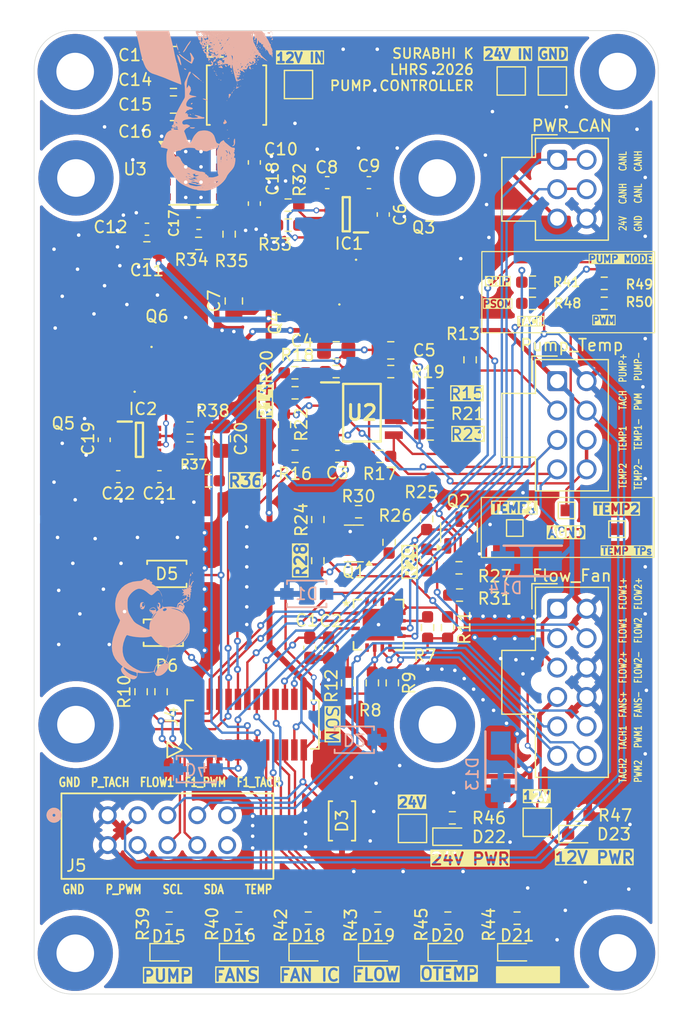
<source format=kicad_pcb>
(kicad_pcb (version 20241229) (generator "pcbnew") (generator_version "9.0")
  (layers (0 "F.Cu" signal) (2 "B.Cu" signal) (13 "F.Paste" user) (15 "B.Paste" user) (5 "F.SilkS" user "F.Silkscreen") (7 "B.SilkS" user "B.Silkscreen") (1 "F.Mask" user) (3 "B.Mask" user) (25 "Edge.Cuts" user))
  (net 0 "")
  (net 1 "+3.3V")
  (net 2 "GND")
  (net 3 "AGND")
  (net 4 "+24V")
  (net 5 "/CAN_L")
  (net 6 "/~{SMBALERT}")
  (net 7 "/FAN1_TACH")
  (net 8 "/CAN_H")
  (net 9 "/FAN2_TACH")
  (net 10 "/PUMP_PWM")
  (net 11 "/FAN1_PWM")
  (net 12 "/FAN2_PWM")
  (net 13 "/FAN_SCL")
  (net 14 "/FAN_SDA")
  (net 15 "/24V_IN")
  (net 16 "VDDA")
  (net 17 "/TEMP1")
  (net 18 "/TEMP2")
  (net 19 "Net-(IC1-VCAP)")
  (net 20 "Net-(U3-SW)")
  (net 21 "Net-(U3-BOOT)")
  (net 22 "/Power/12V_BUCKED")
  (net 23 "Net-(U3-FB)")
  (net 24 "Net-(U3-VCC)")
  (net 25 "+12V")
  (net 26 "Net-(IC2-VCAP)")
  (net 27 "/PUMP_TACH")
  (net 28 "/FLOW1")
  (net 29 "/FLOW2")
  (net 30 "Net-(D15-K)")
  (net 31 "/PUMP_LED")
  (net 32 "/FAN_LED")
  (net 33 "Net-(D16-K)")
  (net 34 "Net-(D18-K)")
  (net 35 "/FAN_CHIP")
  (net 36 "Net-(D19-K)")
  (net 37 "/FLOW_LED")
  (net 38 "/TEMP_LED")
  (net 39 "Net-(D20-K)")
  (net 40 "/LED1")
  (net 41 "Net-(D21-K)")
  (net 42 "Net-(D22-K)")
  (net 43 "Net-(D23-K)")
  (net 44 "Net-(IC1-OV)")
  (net 46 "Net-(IC1-GATE)")
  (net 47 "Net-(IC1-SRC)")
  (net 48 "Net-(IC2-GATE)")
  (net 49 "Net-(IC2-OV)")
  (net 50 "Net-(IC2-SRC)")
  (net 52 "/FLOW1_SIG")
  (net 53 "/FLOW2_SIG")
  (net 54 "/TACH_PSOM")
  (net 55 "/PWM_PSOM")
  (net 56 "/Fans+Pump/PUMP_PWM_CHIP")
  (net 57 "/Fans+Pump/PUMP_TACH_CHIP")
  (net 58 "Net-(Q1-D)")
  (net 59 "Net-(Q2-D)")
  (net 60 "/Fans+Pump/CLK")
  (net 61 "/Fans+Pump/ADDR_SEL")
  (net 62 "Net-(R14-Pad2)")
  (net 63 "Net-(R15-Pad2)")
  (net 64 "Net-(U2A--)")
  (net 65 "Net-(U2B--)")
  (net 83 "/TEMP_IN1")
  (net 84 "/TEMP_IN2")
  (footprint "Resistor_SMD:R_0603_1608Metric_Pad0.98x0.95mm_HandSolder" (layer "F.Cu") (at 141.883499 108.464799 -90)
    (property "Reference" "R8")
    (property "Value" "5k")
  )
  (footprint "Capacitor_SMD:C_0805_2012Metric_Pad1.18x1.45mm_HandSolder" (layer "F.Cu") (at 129.0685 87.701 90)
    (property "Reference" "C20")
    (property "Value" "10uF")
  )
  (footprint "Resistor_SMD:R_0603_1608Metric_Pad0.98x0.95mm_HandSolder" (layer "F.Cu") (at 140.7085 93.914 180)
    (property "Reference" "R30")
    (property "Value" "100k")
  )
  (footprint "Resistor_SMD:R_0603_1608Metric_Pad0.98x0.95mm_HandSolder" (layer "F.Cu") (at 143.45 82 180)
    (property "Reference" "R19")
    (property "Value" "1k")
  )
  (footprint "MountingHole:MountingHole_3.2mm_M3_Pad_TopBottom" (layer "F.Cu") (at 116.6085 131.45)
    (property "Reference" "H2")
    (property "Value" "MountingHole")
  )
  (footprint "Resistor_SMD:R_0603_1608Metric_Pad0.98x0.95mm_HandSolder" (layer "F.Cu") (at 130.5135 128.464)
    (property "Reference" "R40")
    (property "Value" "120")
  )
  (footprint "Resistor_SMD:R_0603_1608Metric_Pad0.98x0.95mm_HandSolder" (layer "F.Cu") (at 161.6125 76.2)
    (property "Reference" "R50")
    (property "Value" "0")
  )
  (footprint "PumpLib:CR_SOD-123FL_LTF" (layer "F.Cu") (at 139.3 120.2 90)
    (property "Reference" "D3")
    (property "Value" "TVS")
  )
  (footprint "Resistor_SMD:R_0603_1608Metric_Pad0.98x0.95mm_HandSolder" (layer "F.Cu") (at 149.25225 98.68275 180)
    (property "Reference" "R27")
    (property "Value" "0")
  )
  (footprint "Resistor_SMD:R_0603_1608Metric_Pad0.98x0.95mm_HandSolder" (layer "F.Cu") (at 146.821 83.905 180)
    (property "Reference" "R15")
    (property "Value" "0")
  )
  (footprint "MountingHole:MountingHole_3.2mm_M3_Pad_TopBottom" (layer "F.Cu") (at 116.6 56.5)
    (property "Reference" "H4")
    (property "Value" "MountingHole")
  )
  (footprint "Capacitor_SMD:C_0805_2012Metric_Pad1.18x1.45mm_HandSolder" (layer "F.Cu") (at 124.9625 57.2 180)
    (property "Reference" "C14")
    (property "Value" "10u")
  )
  (footprint "LED_SMD:LED_0603_1608Metric_Pad1.05x0.95mm_HandSolder" (layer "F.Cu") (at 136.4535 131.364)
    (property "Reference" "D18")
    (property "Value" "FanChipStatus")
  )
  (footprint "Resistor_SMD:R_0603_1608Metric_Pad0.98x0.95mm_HandSolder" (layer "F.Cu") (at 155.5125 74.4 180)
    (property "Reference" "R41")
    (property "Value" "0")
  )
  (footprint "UTSVT_Connectors:CONN_SFH11-xxxC-D05-ST-XX_SUL" (layer "F.Cu") (at 119.3685 119.714)
    (property "Reference" "J5")
    (property "Value" "SFH11-PBPC-D05-ST-BK")
  )
  (footprint "Resistor_SMD:R_0603_1608Metric_Pad0.98x0.95mm_HandSolder" (layer "F.Cu") (at 146.821 85.605)
    (property "Reference" "R21")
    (property "Value" "0")
  )
  (footprint "Resistor_SMD:R_0603_1608Metric_Pad0.98x0.95mm_HandSolder" (layer "F.Cu") (at 138.8 82)
    (property "Reference" "R18")
    (property "Value" "1k")
  )
  (footprint "LED_SMD:LED_0603_1608Metric_Pad1.05x0.95mm_HandSolder" (layer "F.Cu") (at 148.6875 121.5375)
    (property "Reference" "D22")
    (property "Value" "24V")
  )
  (footprint "Resistor_SMD:R_0603_1608Metric_Pad0.98x0.95mm_HandSolder" (layer "F.Cu") (at 143.3085 96.514 -90)
    (property "Reference" "R26")
    (property "Value" "0")
  )
  (footprint "UTSVT_Connectors:PeripheralSOM" (layer "F.Cu") (at 131.6485 112.014 180)
    (property "Reference" "J4")
    (property "Value" "53307-2471")
  )
  (footprint "Resistor_SMD:R_0603_1608Metric_Pad0.98x0.95mm_HandSolder" (layer "F.Cu") (at 159.4125 119.71875)
    (property "Reference" "R47")
    (property "Value" "1k")
  )
  (footprint "Resistor_SMD:R_0603_1608Metric_Pad0.98x0.95mm_HandSolder" (layer "F.Cu") (at 146.50225 98.02025 -90)
    (property "Reference" "R29")
    (property "Value" "0")
  )
  (footprint "TestPoint:TestPoint_Pad_2.0x2.0mm" (layer "F.Cu") (at 145.3 120.8375)
    (property "Reference" "TP2")
    (property "Value" "24V")
  )
  (footprint "Capacitor_SMD:C_0603_1608Metric_Pad1.08x0.95mm_HandSolder" (layer "F.Cu") (at 131.84525 64.2235 90)
    (property "Reference" "C10")
    (property "Value" "100n")
  )
  (footprint "Resistor_SMD:R_0603_1608Metric_Pad0.98x0.95mm_HandSolder" (layer "F.Cu") (at 127.099 71.1085)
    (property "Reference" "R34")
    (property "Value" "100k")
  )
  (footprint "Resistor_SMD:R_0603_1608Metric_Pad0.98x0.95mm_HandSolder" (layer "F.Cu") (at 143.583499 108.464799 -90)
    (property "Reference" "R9")
    (property "Value" "5k")
  )
  (footprint "Resistor_SMD:R_0603_1608Metric_Pad0.98x0.95mm_HandSolder" (layer "F.Cu") (at 161.6125 74.5)
    (property "Reference" "R49")
    (property "Value" "0")
  )
  (footprint "LED_SMD:LED_0603_1608Metric_Pad1.05x0.95mm_HandSolder" (layer "F.Cu") (at 154.206 131.364)
    (property "Reference" "D21")
    (property "Value" "MiscLED")
  )
  (footprint "PumpLib:NVMFWS3D0P04M8LT1G" (layer "F.Cu") (at 118.0385 81.815 90)
    (property "Reference" "Q5")
    (property "Value" "NVMFWS1D7N04XMT1G" (hide yes))
  )
  (footprint "Package_TO_SOT_SMD:SOT-23-3" (layer "F.Cu") (at 149.25225 95.68275 90)
    (property "Reference" "Q2")
    (property "Value" "IRLML0030TRPBF")
  )
  (footprint "Resistor_SMD:R_0603_1608Metric_Pad0.98x0.95mm_HandSolder" (layer "F.Cu") (at 146.50225 94.52025 -90)
    (property "Reference" "R25")
    (property "Value" "10k")
  )
  (footprint "Connector_Molex:Molex_Nano-Fit_105310-xx12_2x06_P2.50mm_Vertical" (layer "F.Cu") (at 157.6085 102.164)
    (property "Reference" "J3")
    (property "Value" "Flow_Fan")
  )
  (footprint "PumpLib:SOIC127P600X175-8N" (layer "F.Cu") (at 140.9975 85.5)
    (property "Reference" "U2")
    (property "Value" "TLV9002QDRQ1" (hide yes))
  )
  (footprint "Resistor_SMD:R_0603_1608Metric_Pad0.98x0.95mm_HandSolder" (layer "F.Cu") (at 135.3085 83.805)
    (property "Reference" "R14")
    (property "Value" "0")
  )
  (footprint "Capacitor_SMD:C_0603_1608Metric_Pad1.08x0.95mm_HandSolder" (layer "F.Cu") (at 138.0435 65.94)
    (property "Reference" "C8")
    (property "Value" "1uF")
  )
  (footprint "TestPoint:TestPoint_Pad_2.0x2.0mm" (layer "F.Cu") (at 153.7 57.3)
    (property "Reference" "TP1")
    (property "Value" "24V_IN")
  )
  (footprint "Capacitor_SMD:C_0805_2012Metric_Pad1.18x1.45mm_HandSolder" (layer "F.Cu") (at 124.9625 61.4 180)
    (property "Reference" "C16")
    (property "Value" "10u")
  )
  (footprint "Resistor_SMD:R_0603_1608Metric_Pad0.98x0.95mm_HandSolder" (layer "F.Cu") (at 154.196 128.464)
    (property "Reference" "R44")
    (property "Value" "120")
  )
  (footprint "Resistor_SMD:R_0603_1608Metric_Pad0.98x0.95mm_HandSolder" (layer "F.Cu") (at 124.596 128.464)
    (property "Reference" "R39")
    (property "Value" "120")
  )
  (footprint "TestPoint:TestPoint_Pad_2.0x2.0mm" (layer "F.Cu") (at 157.2 57.3)
    (property "Reference" "TP5")
    (property "Value" "GND")
  )
  (footprint "Resistor_SMD:R_0603_1608Metric_Pad0.98x0.95mm_HandSolder" (layer "F.Cu") (at 136.431 128.464)
    (property "Reference" "R42")
    (property "Value" "120")
  )
  (footprint "Capacitor_SMD:C_0603_1608Metric_Pad1.08x0.95mm_HandSolder" (layer "F.Cu") (at 131.84525 67.7235 -90)
    (property "Reference" "C18")
    (property "Value" "1u")
  )
  (footprint "UTSVT_Power:SOT65P280X110-8N" (layer "F.Cu") (at 139.6635 68.625 180)
    (property "Reference" "IC1")
    (property "Value" "LM74502HDDFR" (hide yes))
  )
  (footprint "PumpLib:CR_SOD-123FL_LTF" (layer "F.Cu") (at 124.1 104.2)
    (property "Reference" "D6")
    (property "Value" "TVS")
  )
  (footprint "Resistor_SMD:R_0603_1608Metric_Pad0.98x0.95mm_HandSolder" (layer "F.Cu") (at 137.246 98.0765 -90)
    (property "Reference" "R28")
    (property "Value" "0")
  )
  (footprint "Capacitor_SMD:C_0603_1608Metric_Pad1.08x0.95mm_HandSolder" (layer "F.Cu") (at 119.0685 87.801 90)
    (property "Reference" "C19")
    (property "Value" "100n")
  )
  (footprint "Resistor_SMD:R_0603_1608Metric_Pad0.98x0.95mm_HandSolder" (layer "F.Cu") (at 148.3085 128.464)
    (property "Reference" "R45")
    (property "Value" "120")
  )
  (footprint "PumpLib:CR_SOD-123FL_LTF" (layer "F.Cu") (at 124.4 99.2)
    (property "Reference" "D5")
    (property "Value" "TVS")
  )
  (footprint "Resistor_SMD:R_0603_1608Metric_Pad0.98x0.95mm_HandSolder" (layer "F.Cu") (at 135.3085 89.205)
    (property "Reference" "R16")
    (property "Value" "10k")
  )
  (footprint "Capacitor_SMD:C_0603_1608Metric_Pad1.08x0.95mm_HandSolder" (layer "F.Cu") (at 142.8135 68.65 -90)
    (property "Reference" "C6")
    (property "Value" "100n")
  )
  (footprint "Connector_Molex:Molex_Nano-Fit_105310-xx08_2x04_P2.50mm_Vertical" (layer "F.Cu") (at 157.6085 82.814)
    (property "Reference" "J2")
    (property "Value" "Pump_Temp")
  )
  (footprint "Capacitor_SMD:C_0805_2012Metric_Pad1.18x1.45mm_HandSolder" (layer "F.Cu") (at 124.9625 59.3 180)
    (property "Reference" "C15")
    (property "Value" "10u")
  )
  (footprint "Resistor_SMD:R_0603_1608Metric_Pad0.98x0.95mm_HandSolder" (layer "F.Cu") (at 134.7125 67.85)
    (property "Reference" "R32")
    (property "Value" "200k")
  )
  (footprint "UTSVT_Logos:LHRs_LOGO" (layer "F.Cu") (at 144.3 60.3)
    (property "Reference" "LOGO2" (hide yes))
    (property "Value" "LHRS" (hide yes))
  )
  (footprint "TestPoint:TestPoint_Pad_1.0x1.0mm" (layer "F.Cu") (at 154 95.3)
    (property "Reference" "TP6")
    (property "Value" "TEMP1")
  )
  (footprint "Capacitor_SMD:C_0603_1608Metric_Pad1.08x0.95mm_HandSolder" (layer "F.Cu") (at 120.2685 90.937 180)
    (property "Reference" "C22")
    (property "Value" "220nF")
  )
  (footprint "PumpLib:NVMFWS3D0P04M8LT1G" (layer "F.Cu") (at 144.1185 74.395 -90)
    (property "Reference" "Q3")
    (property "Value" "NVMFWS1D7N04XMT1G" (hide yes))
  )
  (footprint "Resistor_SMD:R_0603_1608Metric_Pad0.98x0.95mm_HandSolder" (layer "F.Cu") (at 123.9085 109.214 90)
    (property "Reference" "R6")
    (property "Value" "10k")
  )
  (footprint "Resistor_SMD:R_0603_1608Metric_Pad0.98x0.95mm_HandSolder" (layer "F.Cu") (at 126.3685 86.801)
    (property "Reference" "R38")
    (property "Value" "10k")
  )
  (footprint "Capacitor_SMD:C_0603_1608Metric_Pad1.08x0.95mm_HandSolder" (layer "F.Cu") (at 127.099 69.4085)
    (property "Reference" "C17")
    (property "Value" "C_Small")
  )
  (footprint "Resistor_SMD:R_0603_1608Metric_Pad0.98x0.95mm_HandSolder" (layer "F.Cu") (at 134.725 69.55 180)
    (property "Reference" "R33")
    (property "Value" "10k")
  )
  (footprint "LED_SMD:LED_0603_1608Metric_Pad1.05x0.95mm_HandSolder" (layer "F.Cu") (at 124.6185 131.364)
    (property "Reference" "D15")
    (property "Value" "PumpStatus")
  )
  (footprint "Resistor_SMD:R_0603_1608Metric_Pad0.98x0.95mm_HandSolder" (layer "F.Cu") (at 149.3 101)
    (property "Reference" "R31")
    (property "Value" "100k")
  )
  (footprint "Resistor_SMD:R_0603_1608Metric_Pad0.98x0.95mm_HandSolder" (layer "F.Cu") (at 135.2975 82.1 180)
    (property "Reference" "R20")
    (property "Value" "0")
  )
  (footprint "Resistor_SMD:R_0603_1608Metric_Pad0.98x0.95mm_HandSolder" (layer "F.Cu") (at 146.821 87.305 180)
    (property "Reference" "R23")
    (property "Value" "0")
  )
  (footprint "MountingHole:MountingHole_3.2mm_M3_Pad_TopBottom" (layer "F.Cu") (at 162.75 56.5)
    (property "Reference" "H3")
    (property "Value" "MountingHole")
  )
  (footprint "Resistor_SMD:R_0603_1608Metric_Pad0.98x0.95mm_HandSolder" (layer "F.Cu") (at 148.6875 119.9375)
    (property "Reference" "R46")
    (property "Value" "1.5k")
  )
  (footprint "Resistor_SMD:R_0603_1608Metric_Pad0.98x0.95mm_HandSolder" (layer "F.Cu") (at 142.521 89.205)
    (property "Reference" "R17")
    (property "Value" "10k")
  )
  (footprint "LED_SMD:LED_0603_1608Metric_Pad1.05x0.95mm_HandSolder" (layer "F.Cu") (at 130.536 131.364)
    (property "Reference" "D16")
    (property "Value" "FanStatus")
  )
  (footprint "Resistor_SMD:R_0603_1608Metric_Pad0.98x0.95mm_HandSolder" (layer "F.Cu") (at 150.2 81 90)
    (property "Reference" "R13")
    (property "Value" "5k")
  )
  (footprint "Capacitor_SMD:C_0603_1608Metric_Pad1.08x0.95mm_HandSolder" (layer "F.Cu") (at 123.7685 90.937 180)
    (property "Reference" "C21")
    (property "Value" "1uF")
  )
  (footprint "Capacitor_SMD:C_0805_2012Metric_Pad1.18x1.45mm_HandSolder" (layer "F.Cu") (at 130.1 76 90)
    (property "Reference" "C7")
    (property "Value" "10uF")
  )
  (footprint "UTSVT_Power:SOT65P280X110-8N" (layer "F.Cu") (at 122.0685 87.801)
    (property "Reference" "IC2")
    (property "Value" "LM74502HDDFR" (hide yes))
  )
  (footprint "LED_SMD:LED_0603_1608Metric_Pad1.05x0.95mm_HandSolder" (layer "F.Cu") (at 159.4125 121.31875)
    (property "Reference" "D23")
    (property "Value" "12V")
  )
  (footprint "Connector_Molex:Molex_Nano-Fit_105310-xx06_2x03_P2.50mm_Vertical" (layer "F.Cu") (at 157.6085 64)
    (property "Reference" "J1")
    (property "Value" "PWR_CAN")
  )
  (footprint "Resistor_SMD:R_0603_1608Metric_Pad0.98x0.95mm_HandSolder" (layer "F.Cu") (at 134.4085 86.505 -90)
    (property "Reference" "R22")
    (property "Value" "0")
  )
  (footprint "TestPoint:TestPoint_Pad_2.0x2.0mm" (layer "F.Cu") (at 155.9125 120.31875)
    (property "Reference" "TP4")
    (property "Value" "12V")
  )
  (footprint "Resistor_SMD:R_0603_1608Metric_Pad0.98x0.95mm_HandSolder" (layer "F.Cu") (at 129.699 70.321 90)
    (property "Reference" "R35")
    (property "Value" "9.09k")
  )
  (footprint "TestPoint:TestPoint_Pad_1.0x1.0mm" (layer "F.Cu") (at 158.4 93.8)
    (property "Reference" "TP8")
    (property "Value" "AGND")
  )
  (footprint "Resistor_SMD:R_0603_1608Metric_Pad0.98x0.95mm_HandSolder" (layer "F.Cu") (at 139.783499 108.464799 -90)
    (property "Reference" "R12")
    (property "Value" "33k")
  )
  (footprint "Resistor_SMD:R_0603_1608Metric_Pad0.98x0.95mm_HandSolder" (layer "F.Cu") (at 146.583499 103.764799 -90)
    (property "Reference" "R7")
    (property "Value" "33k")
  )
  (footprint "PumpLib:NVMFWS3D0P04M8LT1G" (layer "F.Cu") (at 135.4585 74.395 90)
    (property "Reference" "Q4")
    (property "Value" "NVMFWS1D7N04XMT1G" (hide yes))
  )
  (footprint "Resistor_SMD:R_0603_1608Metric_Pad0.98x0.95mm_HandSolder" (layer "F.Cu") (at 137.246 94.5765 -90)
    (property "Reference" "R24")
    (property "Value" "10k")
  )
  (footprint "MountingHole:MountingHole_3.2mm_M3_Pad_TopBottom" (layer "F.Cu") (at 162.75 131.414)
    (property "Reference" "H1")
    (property "Value" "MountingHole")
  )
  (footprint "TestPoint:TestPoint_Pad_2.0x2.0mm" (layer "F.Cu") (at 135.6 57.6)
    (property "Reference" "TP3")
    (property "Value" "12V_IN")
  )
  (footprint "Package_SO:Texas_HSOP-8-1EP_3.9x4.9mm_P1.27mm_ThermalVias" (layer "F.Cu") (at 126.65675 65.25)
    (property "Reference" "U3")
    (property "Value" "LMR33630ADDA")
  )
  (footprint "Resistor_SMD:R_0603_1608Metric_Pad0.98x0.95mm_HandSolder" (layer "F.Cu") (at 148.283499 103.764799 -90)
    (property "Reference" "R11")
    (property "Value" "10k")
  )
  (footprint "Capacitor_SMD:C_0603_1608Metric_Pad1.08x0.95mm_HandSolder" (layer "F.Cu") (at 138.157701 105.488999 -90)
    (property "Reference" "C2")
    (property "Value" "1uF")
  )
  (footprint "Package_TO_SOT_SMD:SOT-23-3" (layer "F.Cu") (at 140.3085 96.614 180)
    (property "Reference" "Q1")
    (property "Value" "IRLML0030TRPBF")
  )
  (footprint "LED_SMD:LED_0603_1608Metric_Pad1.05x0.95mm_HandSolder" (layer "F.Cu") (at 148.2885 131.364)
    (property "Reference" "D20")
    (property "Value" "Overtemp")
  )
  (footprint "Resistor_SMD:R_0603_1608Metric_Pad0.98x0.95mm_HandSolder" (layer "F.Cu") (at 127.9375 91.287)
    (property "Reference" "R36")
    (property "Value" "0")
  )
  (footprint "LED_SMD:LED_0603_1608Metric_Pad1.05x0.95mm_HandSolder" (layer "F.Cu") (at 142.371 131.364)
    (property "Reference" "D19")
    (property "Value" "FlowStatus")
  )
  (footprint "Resistor_SMD:R_0603_1608Metric_Pad0.98x0.95mm_HandSolder" (layer "F.Cu") (at 142.3485 128.464)
    (property "Reference" "R43")
    (property "Value" "120")
  )
  (footprint "PumpLib:QFN16_4x4MC_MCH" (layer "F.Cu") (at 142.4085 103.514)
    (property "Reference" "U1" (hide yes))
    (property "Value" "EMC2305-1-AP-TR" (hide yes))
  )
  (footprint "TestPoint:TestPoint_Pad_1.0x1.0mm" (layer "F.Cu") (at 162.7 95.4)
    (property "Reference" "TP7")
    (property "Value" "TEMP2")
  )
  (footprint "Resistor_SMD:R_0603_1608Metric_Pad0.98x0.95mm_HandSolder" (layer "F.Cu") (at 122.2085 109.214 90)
    (property "Reference" "R10")
    (property "Value" "10k")
  )
  (footprint "Capacitor_SMD:C_0603_1608Metric_Pad1.08x0.95mm_HandSolder" (layer "F.Cu") (at 141.591 65.94)
    (property "Reference" "C9")
    (property "Value" "220nF")
  )
  (footprint "Capacitor_SMD:C_0603_1608Metric_Pad1.08x0.95mm_HandSolder" (layer "F.Cu") (at 138.9085 89.205 180)
    (property "Reference" "C3")
    (property "Value" ".1uF")
  )
  (footprint "Capacitor_SMD:C_0805_2012Metric_Pad1.18x1.45mm_HandSolder" (layer "F.Cu") (at 122.7 71.7 180)
    (property "Reference" "C11")
    (property "Value" "10u")
  )
  (footprint "PumpLib:NVMFWS3D0P04M8LT1G" (layer "F.Cu") (at 126.7185 81.805 -90)
    (property "Reference" "Q6")
    (property "Value" "NVMFWS1D7N04XMT1G" (hide yes))
  )
  (footprint "Capacitor_SMD:C_0805_2012Metric_Pad1.18x1.45mm_HandSolder" (layer "F.Cu") (at 124.9625 55.1 180)
    (property "Reference" "C13")
    (property "Value" "10u")
  )
  (footprint "Capacitor_SMD:C_0603_1608Metric_Pad1.08x0.95mm_HandSolder" (layer "F.Cu") (at 136.557701 105.488999 -90)
    (property "Reference" "C1")
    (property "Value" "1uF")
  )
  (footprint "Resistor_SMD:R_0603_1608Metric_Pad0.98x0.95mm_HandSolder" (layer "F.Cu") (at 126.3685 88.501 180)
    (property "Reference" "R37")
    (property "Value" "98k")
  )
  (footprint "Capacitor_SMD:C_0805_2012Metric_Pad1.18x1.45mm_HandSolder" (layer "F.Cu") (at 143.45 80.2)
    (property "Reference" "C5")
    (property "Value" "10uF")
  )
  (footprint "Capacitor_SMD:C_0805_2012Metric_Pad1.18x1.45mm_HandSolder" (layer "F.Cu") (at 138.8085 80.2 180)
    (property "Reference" "C4")
    (property "Value" "10uF")
  )
  (footprint "PumpLib:IND-SMD_L5.0-W5.0" (layer "F.Cu") (at 130.325 58.5 -90)
    (property "Reference" "L1")
    (property "Value" "4.7u")
  )
  (footprint "Resistor_SMD:R_0603_1608Metric_Pad0.98x0.95mm_HandSolder" (layer "F.Cu") (at 155.5125 76.2 180)
    (property "Reference" "R48")
    (property "Value" "0")
  )
  (footprint "Capacitor_SMD:C_0603_1608Metric_Pad1.08x0.95mm_HandSolder" (layer "F.Cu") (at 122.70675 69.9 180)
    (property "Reference" "C12")
    (property "Value" "220n")
  )
  (footprint "LOGO" (layer "B.Cu") (at 123.569463 104.205577 180)
    (property "Reference" "G***" (hide yes))
    (property "Value" "LOGO" (hide yes))
  )
  (footprint "PumpLib:CR_SOD-123FL_LTF" (layer "B.Cu") (at 136.3 100.9)
    (property "Reference" "D1")
    (property "Value" "TVS")
  )
  (footprint "PumpLib:CR_SOD-123FL_LTF" (layer "B.Cu") (at 126.9 115.8)
    (property "Reference" "D4")
    (property "Value" "TVS")
  )
  (footprint "PumpLib:CR_SOD-123FL_LTF" (layer "B.Cu") (at 140.35 113.3 180)
    (property "Reference" "D2")
    (property "Value" "TVS")
  )
  (footprint "UTSVT_Passive:SODFL5026X125N" (layer "B.Cu") (at 155 98.1 180)
    (property "Reference" "D14")
    (property "Value" "VSSAF522-M3/H" (hide yes))
  )
  (footprint "UTSVT_Passive:SODFL5026X125N" (layer "B.Cu") (at 152.8 115.6 -90)
    (property "Reference" "D13")
    (property "Value" "VSSAF522-M3/H" (hide yes))
  )
  (footprint "UTSVT_Logos:Hallock_Image_Tiny" (layer "B.Cu") (at 127.1 60)
    (property "Reference" "LOGO1" (hide yes))
    (property "Value" "Dr. Hallock" (hide yes))
  )
  (gr_rect (start 151.2 71.8) (end 165.9 78.7) (stroke (width 0.1)) (fill no) (layer "F.SilkS"))
  (gr_rect (start 151.15 92.7) (end 165.85 97.8) (stroke (width 0.1)) (fill no) (layer "F.SilkS"))
  (gr_rect (start 152.45 132.6) (end 157.8 133.95) (stroke (width 0.1)) (fill yes) (layer "F.SilkS"))
  (gr_line (start 166.2085 56.214) (end 166.2085 131.714) (stroke (width 0.05)) (layer "Edge.Cuts"))
  (gr_arc (start 163.0085 53.014) (mid 165.271242 53.951258) (end 166.2085 56.214) (stroke (width 0.05)) (layer "Edge.Cuts"))
  (gr_line (start 116.3085 53.014) (end 163.0085 53.014) (stroke (width 0.05)) (layer "Edge.Cuts"))
  (gr_arc (start 166.2085 131.714) (mid 165.271242 133.976742) (end 163.0085 134.914) (stroke (width 0.05)) (layer "Edge.Cuts"))
  (gr_arc (start 113.1085 56.214) (mid 114.045758 53.951258) (end 116.3085 53.014) (stroke (width 0.05)) (layer "Edge.Cuts"))
  (gr_arc (start 116.3085 134.914) (mid 114.045758 133.976742) (end 113.1085 131.714) (stroke (width 0.05)) (layer "Edge.Cuts"))
  (gr_line (start 163.0085 134.914) (end 116.3085 134.914) (stroke (width 0.05)) (layer "Edge.Cuts"))
  (gr_line (start 113.1085 131.714) (end 113.1085 56.214) (stroke (width 0.05)) (layer "Edge.Cuts"))
  (gr_text "FLOW" (at 140.15 133.85 0) (layer "F.SilkS" knockout) (effects (font (size 1 1) (thickness 0.2) (bold yes)) (justify left bottom)))
  (gr_text "TACH" (at 154.2 78.1 0) (layer "F.SilkS" knockout) (effects (font (size 0.6 0.6) (thickness 0.15) (bold yes)) (justify left bottom)))
  (gr_text "SURABHI K\nLHRS 2026\nPUMP CONTROLLER" (at 150.6 58.2 0) (layer "F.SilkS") (effects (font (size 0.85 0.85)) (justify right bottom)))
  (gr_text "PWM" (at 160.5 78 0) (layer "F.SilkS" knockout) (effects (font (size 0.6 0.6) (thickness 0.15) (bold yes)) (justify left bottom)))
  (gr_text "24V" (at 144 119.1 0) (layer "F.SilkS" knockout) (effects (font (size 0.8 0.8) (thickness 0.2) (bold yes)) (justify left bottom)))
  (gr_text "24V   CANH   CANL" (at 163.55 70.1 90) (layer "F.SilkS") (effects (font (size 0.6 0.45) (thickness 0.1)) (justify left bottom)))
  (gr_text "12V PWR" (at 157.3 123.9 0) (layer "F.SilkS" knockout) (effects (font (size 1 1) (thickness 0.2) (bold yes)) (justify left bottom)))
  (gr_text "CHIP" (at 151.4 74.7 0) (layer "F.SilkS" knockout) (effects (font (size 0.6 0.6) (thickness 0.15) (bold yes)) (justify left bottom)))
  (gr_text "PWM2   PWM1  FANS-  FLOW2-  FLOW2  FLOW2+" (at 164.85 117 90) (layer "F.SilkS") (effects (font (size 0.6 0.45) (thickness 0.1)) (justify left bottom)))
  (gr_text "GND  P_TACH  FLOW1  F1_PWM  F1_TACH" (at 115.1085 117.354 0) (layer "F.SilkS") (effects (font (size 0.75 0.6) (thickness 0.15) (bold yes)) (justify left bottom)))
  (gr_text "GND   CANL   CANH" (at 164.85 70.164286 90) (layer "F.SilkS") (effects (font (size 0.6 0.45) (thickness 0.1)) (justify left bottom)))
  (gr_text "GND    P_PWM    SCL    SDA    TEMP" (at 115.45 126.464 0) (layer "F.SilkS") (effects (font (size 0.75 0.6) (thickness 0.15) (bold yes)) (justify left bottom)))
  (gr_text "TEMP2-  TEMP1-  PWM   PUMP-" (at 164.85 92.128572 90) (layer "F.SilkS") (effects (font (size 0.6 0.45) (thickness 0.1)) (justify left bottom)))
  (gr_text "FAN IC" (at 133.9 133.9 0) (layer "F.SilkS" knockout) (effects (font (size 1 1) (thickness 0.2) (bold yes)) (justify left bottom)))
  (gr_text "TEMP TPs" (at 161.3 97.6 0) (layer "F.SilkS" knockout) (effects (font (size 0.6 0.6) (thickness 0.15) (bold yes)) (justify left bottom)))
  (gr_text "24V IN" (at 151.3 55.5 0) (layer "F.SilkS" knockout) (effects (font (size 0.8 0.8) (thickness 0.2) (bold yes)) (justify left bottom)))
  (gr_text "PUMP MODE" (at 160.2 72.8 0) (layer "F.SilkS" knockout) (effects (font (size 0.6 0.6) (thickness 0.15) (bold yes)) (justify left bottom)))
  (gr_text "GND" (at 155.9 55.5 0) (layer "F.SilkS" knockout) (effects (font (size 0.8 0.8) (thickness 0.2) (bold yes)) (justify left bottom)))
  (gr_text "OTEMP" (at 145.85 133.8 0) (layer "F.SilkS" knockout) (effects (font (size 1 1) (thickness 0.2) (bold yes)) (justify left bottom)))
  (gr_text "12V" (at 154.6 118.6 0) (layer "F.SilkS" knockout) (effects (font (size 0.8 0.8) (thickness 0.2) (bold yes)) (justify left bottom)))
  (gr_text "24V PWR" (at 146.75 124.01875 0) (layer "F.SilkS" knockout) (effects (font (size 1 1) (thickness 0.2) (bold yes)) (justify left bottom)))
  (gr_text "PUMP" (at 122.2 133.95 0) (layer "F.SilkS" knockout) (effects (font (size 1 1) (thickness 0.2) (bold yes)) (justify left bottom)))
  (gr_text "PSOM" (at 151.2 76.6 0) (layer "F.SilkS" knockout) (effects (font (size 0.6 0.6) (thickness 0.15) (bold yes)) (justify left bottom)))
  (gr_text "TACH2  TACH1  FANS+  FLOW2+  FLOW1  FLOW1+" (at 163.55 117 90) (layer "F.SilkS") (effects (font (size 0.6 0.45) (thickness 0.1)) (justify left bottom)))
  (gr_text "12V IN" (at 133.6 55.8 0) (layer "F.SilkS" knockout) (effects (font (size 0.8 0.8) (thickness 0.2) (bold yes)) (justify left bottom)))
  (gr_text "FANS" (at 128.35 133.9 0) (layer "F.SilkS" knockout) (effects (font (size 1 1) (thickness 0.2) (bold yes)) (justify left bottom)))
  (gr_text "TEMP2   TEMP1    TACH  PUMP+" (at 163.55 92 90) (layer "F.SilkS") (effects (font (size 0.6 0.45) (thickness 0.1)) (justify left bottom)))
  (segment (start 137.246 93.664) (end 137.772 93.138) (width 0.2) (layer "F.Cu") (net 1))
  (segment (start 150.5875 80.0875) (end 150.2 80.0875) (width 0.2) (layer "F.Cu") (net 1))
  (segment (start 138.933701 105.402499) (end 138.157701 104.626499) (width 0.2) (layer "F.Cu") (net 1))
  (segment (start 152.3 81.1) (end 151.2 80) (width 0.2) (layer "F.Cu") (net 1))
  (segment (start 138.157701 104.626499) (end 138.945199 103.839001) (width 0.2) (layer "F.Cu") (net 1))
  (segment (start 140.183499 109.377299) (end 143.583499 109.377299) (width 0.2) (layer "F.Cu") (net 1))
  (segment (start 128.5075 112.4) (end 123.226366 112.4) (width 0.2) (layer "F.Cu") (net 1))
  (segment (start 146.583499 105.807933) (end 143.583499 108.807933) (width 0.2) (layer "F.Cu") (net 1))
  (segment (start 135.1 105.152998) (end 135.626499 104.626499) (width 0.2) (layer "F.Cu") (net 1))
  (segment (start 138.945199 103.839001) (end 140.459299 103.839001) (width 0.2) (layer "F.Cu") (net 1))
  (segment (start 125.686 108.3015) (end 123.9085 108.3015) (width 0.2) (layer "F.Cu") (net 1))
  (segment (start 127.2485 109.864) (end 125.686 108.3015) (width 0.2) (layer "F.Cu") (net 1))
  (segment (start 149.059499 101.671999) (end 148.3875 101) (width 0.2) (layer "F.Cu") (net 1))
  (segment (start 137.772 93.138) (end 139.8 93.138) (width 0.2) (layer "F.Cu") (net 1))
  (segment (start 148.283499 104.677299) (end 149.059499 103.901299) (width 0.2) (layer "F.Cu") (net 1))
  (segment (start 129.6075 111.3) (end 128.5075 112.4) (width 0.2) (layer "F.Cu") (net 1))
  (segment (start 138.933701 108.527501) (end 138.933701 105.402499) (width 0.2) (layer "F.Cu") (net 1))
  (segment (start 149.059499 103.901299) (end 149.059499 101.671999) (width 0.2) (layer "F.Cu") (net 1))
  (segment (start 149.4 99.9875) (end 149.4 99.173634) (width 0.2) (layer "F.Cu") (net 1))
  (segment (start 139.783499 109.377299) (end 138.933701 108.527501) (width 0.2) (layer "F.Cu") (net 1))
  (segment (start 149.302532 95.9) (end 147.010282 93.60775) (width 0.2) (layer "F.Cu") (net 1))
  (segment (start 135.1 105.25) (end 135.1 105.152998) (width 0.2) (layer "F.Cu") (net 1))
  (segment (start 146.0325 93.138) (end 139.8 93.138) (width 0.2) (layer "F.Cu") (net 1))
  (segment (start 146.50225 93.60775) (end 146.0325 93.138) (width 0.2) (layer "F.Cu") (net 1))
  (segment (start 146.583499 104.677299) (end 146.583499 105.807933) (width 0.2) (layer "F.Cu") (net 1))
  (segment (start 143.583499 108.807933) (end 143.583499 109.377299) (width 0.2) (layer "F.Cu") (net 1))
  (segment (start 146.583499 104.677299) (end 148.283499 104.677299) (width 0.2) (layer "F.Cu") (net 1))
  (segment (start 122.2085 108.3015) (end 123.9085 108.3015) (width 0.2) (layer "F.Cu") (net 1))
  (segment (start 123.226366 112.4) (end 121.4325 110.606134) (width 0.2) (layer "F.Cu") (net 1))
  (segment (start 121.4325 110.606134) (end 121.4325 109.0775) (width 0.2) (layer "F.Cu") (net 1))
  (segment (start 149.4 95.9) (end 149.302532 95.9) (width 0.2) (layer "F.Cu") (net 1))
  (segment (start 139.8 93.138) (end 140.845 93.138) (width 0.2) (layer "F.Cu") (net 1))
  (segment (start 151.2 80) (end 150.675 80) (width 0.2) (layer "F.Cu") (net 1))
  (segment (start 148.3875 101) (end 149.4 99.9875) (width 0.2) (layer "F.Cu") (net 1))
  (segment (start 149.4 98.191866) (end 149.4 95.9) (width 0.2) (layer "F.Cu") (net 1))
  (segment (start 150.675 80) (end 150.5875 80.0875) (width 0.2) (layer "F.Cu") (net 1))
  (segment (start 121.4325 109.0775) (end 122.2085 108.3015) (width 0.2) (layer "F.Cu") (net 1))
  (segment (start 136.557701 104.626499) (end 138.157701 104.626499) (width 0.2) (layer "F.Cu") (net 1))
  (segment (start 140.845 93.138) (end 141.621 93.914) (width 0.2) (layer "F.Cu") (net 1))
  (segment (start 147.010282 93.60775) (end 146.50225 93.60775) (width 0.2) (layer "F.Cu") (net 1))
  (segment (start 149.37625 99.149884) (end 149.37625 98.215616) (width 0.2) (layer "F.Cu") (net 1))
  (segment (start 135.626499 104.626499) (end 136.557701 104.626499) (width 0.2) (layer "F.Cu") (net 1))
  (segment (start 149.37625 98.215616) (end 149.4 98.191866) (width 0.2) (layer "F.Cu") (net 1))
  (segment (start 149.4 99.173634) (end 149.37625 99.149884) (width 0.2) (layer "F.Cu") (net 1))
  (via (at 135.1 105.25) (size 0.6) (drill 0.3) (layers "F.Cu" "B.Cu") (net 1))
  (via (at 129.6075 111.3) (size 0.6) (drill 0.3) (layers "F.Cu" "B.Cu") (net 1))
  (via (at 147.574265 94.074265) (size 0.6) (drill 0.3) (layers "F.Cu" "B.Cu") (net 1))
  (via (at 152.3 81.1) (size 0.6) (drill 0.3) (layers "F.Cu" "B.Cu") (net 1))
  (segment (start 129.6 111.3) (end 129.6075 111.3) (width 0.2) (layer "B.Cu") (net 1))
  (segment (start 147.574265 93.792835) (end 152.3 89.0671) (width 0.2) (layer "B.Cu") (net 1))
  (segment (start 135.1 105.25) (end 135.05 105.25) (width 0.2) (layer "B.Cu") (net 1))
  (segment (start 147.574265 94.074265) (end 147.574265 93.792835) (width 0.2) (layer "B.Cu") (net 1))
  (segment (start 129.6 110.7) (end 129.6 111.3) (width 0.2) (layer "B.Cu") (net 1))
  (segment (start 152.3 89.0671) (end 152.3 81.1) (width 0.2) (layer "B.Cu") (net 1))
  (segment (start 135.05 105.25) (end 129.6 110.7) (width 0.2) (layer "B.Cu") (net 1))
  (segment (start 123.95675 63.345) (end 124.75175 63.345) (width 0.2) (layer "F.Cu") (net 2))
  (segment (start 128.9515 86.8385) (end 127.162014 85.049014) (width 0.2) (layer "F.Cu") (net 2))
  (segment (start 140.9135 68.95) (end 142.070366 68.95) (width 0.2) (layer "F.Cu") (net 2))
  (segment (start 119.0685 88.6635) (end 117.965 88.6635) (width 0.3) (layer "F.Cu") (net 2))
  (segment (start 130.5215 68.586) (end 129.699 69.4085) (width 0.2) (layer "F.Cu") (net 2))
  (segment (start 131.426 129.474) (end 131.15 129.75) (width 0.2) (layer "F.Cu") (net 2))
  (segment (start 143.5665 67.7875) (end 144.6 68.821) (width 0.2) (layer "F.Cu") (net 2))
  (segment (start 132.6695 68.407) (end 133.8125 69.55) (width 0.2) (layer "F.Cu") (net 2))
  (segment (start 140.064 95.664) (end 140 95.6) (width 0.2) (layer "F.Cu") (net 2))
  (segment (start 121.84425 71.5) (end 121.84425 69.9) (width 0.2) (layer "F.Cu") (net 2))
  (segment (start 127.281 86.801) (end 129.031 86.801) (width 0.2) (layer "F.Cu") (net 2))
  (segment (start 150.882 97.5) (end 151 97.5) (width 0.2) (layer "F.Cu") (net 2))
  (segment (start 138.157701 106.351499) (end 138.157701 108.2) (width 0.2) (layer "F.Cu") (net 2))
  (segment (start 117.965 88.6635) (end 117.5285 89.1) (width 0.3) (layer "F.Cu") (net 2))
  (segment (start 142.070366 68.95) (end 142.8135 68.206866) (width 0.2) (layer "F.Cu") (net 2))
  (segment (start 136.557701 106.351499) (end 138.157701 106.351499) (width 0.2) (layer "F.Cu") (net 2))
  (segment (start 144.2 115.5) (end 144.207907 115.492093) (width 0.2) (layer "F.Cu") (net 2))
  (segment (start 120.256 87.476) (end 120.8185 87.476) (width 0.2) (layer "F.Cu") (net 2))
  (segment (start 150.20225 96.82025) (end 150.882 97.5) (width 0.2) (layer "F.Cu") (net 2))
  (segment (start 138.157701 109.457701) (end 144.2 115.5) (width 0.2) (layer "F.Cu") (net 2))
  (segment (start 123.95675 63.345) (end 123.95675 61.7) (width 0.5) (layer "F.Cu") (net 2))
  (segment (start 131.84525 68.586) (end 130.5215 68.586) (width 0.2) (layer "F.Cu") (net 2))
  (segment (start 141.446 95.664) (end 140.064 95.664) (width 0.2) (layer "F.Cu") (net 2))
  (segment (start 131.84525 68.586) (end 132.6695 68.586) (width 0.2) (layer "F.Cu") (net 2))
  (segment (start 131.426 128.464) (end 131.426 129.474) (width 0.2) (layer "F.Cu") (net 2))
  (segment (start 125.1 90.937) (end 125.9 90.137) (width 0.2) (layer "F.Cu") (net 2))
  (segment (start 123.925 60.3) (end 123.925 55.2) (width 0.4) (layer "F.Cu") (net 2))
  (segment (start 123.95675 62) (end 123.95675 60.44325) (width 0.5) (layer "F.Cu") (net 2))
  (segment (start 124.75175 63.345) (end 126.65675 65.25) (width 0.2) (layer "F.Cu") (net 2))
  (segment (start 124.631 90.937) (end 125.1 90.937) (width 0.2) (layer "F.Cu") (net 2))
  (segment (start 142.8135 67.7875) (end 143.5665 67.7875) (width 0.2) (layer "F.Cu") (net 2))
  (segment (start 119.0685 88.6635) (end 120.256 87.476) (width 0.2) (layer "F.Cu") (net 2))
  (segment (start 127.2485 114.164) (end 128.8485 114.164) (width 0.3) (layer "F.Cu") (net 2))
  (segment (start 138.157701 108.2) (end 138.157701 109.457701) (width 0.2) (layer "F.Cu") (net 2))
  (via (at 151.9 95) (size 0.6) (drill 0.3) (layers "F.Cu" "B.Cu") (net 2))
  (via (at 130.1 78.6) (size 0.5) (drill 0.3) (layers "F.Cu" "B.Cu") (net 2))
  (via (at 131.2 95.2) (size 0.6) (drill 0.3) (layers "F.Cu" "B.Cu") (net 2))
  (via (at 118.3 96.2) (size 0.6) (drill 0.3) (layers "F.Cu" "B.Cu") (net 2))
  (via (at 120.5 93) (size 0.6) (drill 0.3) (layers "F.Cu" "B.Cu") (net 2))
  (via (at 152.8 94) (size 0.6) (drill 0.3) (layers "F.Cu" "B.Cu") (net 2))
  (via (at 124 93.1) (size 0.6) (drill 0.3) (layers "F.Cu" "B.Cu") (net 2))
  (via (at 154 104.7) (size 0.6) (drill 0.3) (layers "F.Cu" "B.Cu") (net 2))
  (via (at 118.2 77.1) (size 0.6) (drill 0.3) (layers "F.Cu" "B.Cu") (net 2))
  (via (at 154.7 92.3) (size 0.6) (drill 0.3) (layers "F.Cu" "B.Cu") (net 2))
  (via (at 133.4 65) (size 0.5) (drill 0.3) (layers "F.Cu" "B.Cu") (net 2))
  (via (at 117.5285 89.1) (size 0.5) (drill 0.3) (layers "F.Cu" "B.Cu") (net 2))
  (via (at 154.7 107.7) (size 0.6) (drill 0.3) (layers "F.Cu" "B.Cu") (net 2))
  (via (at 157.6 130.3) (size 0.6) (drill 0.3) (layers "F.Cu" "B.Cu") (net 2))
  (via (at 134.3 71.2) (size 0.5) (drill 0.3) (layers "F.Cu" "B.Cu") (net 2))
  (via (at 150.6 104.6) (size 0.6) (drill 0.3) (layers "F.Cu" "B.Cu") (net 2))
  (via (at 117 102.6) (size 0.6) (drill 0.3) (layers "F.Cu" "B.Cu") (net 2))
  (via (at 120.8 102.4) (size 0.6) (drill 0.3) (layers "F.Cu" "B.Cu") (net 2))
  (via (at 115.5 75.6) (size 0.6) (drill 0.3) (layers "F.Cu" "B.Cu") (net 2))
  (via (at 119.1 74.7) (size 0.6) (drill 0.3) (layers "F.Cu" "B.Cu") (net 2))
  (via (at 114.8 71.6) (size 0.6) (drill 0.3) (layers "F.Cu" "B.Cu") (net 2))
  (via (at 115.1 96.1) (size 0.6) (drill 0.3) (layers "F.Cu" "B.Cu") (net 2))
  (via (at 165.2 109.1) (size 0.6) (drill 0.3) (layers "F.Cu" "B.Cu") (net 2))
  (via (at 135.8 65.8) (size 0.5) (drill 0.3) (layers "F.Cu" "B.Cu") (net 2))
  (via (at 131.2 103.5) (size 0.6) (drill 0.3) (layers "F.Cu" "B.Cu") (net 2))
  (via (at 153.3 111.9) (size 0.6) (drill 0.3) (layers "F.Cu" "B.Cu") (net 2))
  (via (at 148.8 117.8) (size 0.6) (drill 0.3) (layers "F.Cu" "B.Cu") (net 2))
  (via (at 140.1 116.5) (size 0.6) (drill 0.3) (layers "F.Cu" "B.Cu") (net 2))
  (via (at 163.8 120.5) (size 0.6) (drill 0.3) (layers "F.Cu" "B.Cu") (net 2))
  (via (at 142.1 58.1) (size 0.6) (drill 0.3) (layers "F.Cu" "B.Cu") (net 2))
  (via (at 149.7 108.1) (size 0.6) (drill 0.3) (layers "F.Cu" "B.Cu") (net 2))
  (via (at 125.9 90.137) (size 0.6) (drill 0.3) (layers "F.Cu" "B.Cu") (net 2))
  (via (at 131.15 129.75) (size 0.6) (drill 0.3) (layers "F.Cu" "B.Cu") (net 2))
  (via (at 165.1 91.1) (size 0.6) (drill 0.3) (layers "F.Cu" "B.Cu") (net 2))
  (via (at 127.6 104) (size 0.6) (drill 0.3) (layers "F.Cu" "B.Cu") (net 2))
  (via (at 154.2 112.8) (size 0.6) (drill 0.3) (layers "F.Cu" "B.Cu") (net 2))
  (via (at 144.6 68.821) (size 0.6) (drill 0.3) (layers "F.Cu" "B.Cu") (net 2))
  (via (at 114.8 91.4) (size 0.6) (drill 0.3) (layers "F.Cu" "B.Cu") (net 2))
  (via (at 155.5 106.4) (size 0.6) (drill 0.3) (layers "F.Cu" "B.Cu") (net 2))
  (via (at 150.5 109) (size 0.6) (drill 0.3) (layers "F.Cu" "B.Cu") (net 2))
  (via (at 165.1 114.5) (size 0.6) (drill 0.3) (layers "F.Cu" "B.Cu") (net 2))
  (via (at 147.1 56.6) (size 0.6) (drill 0.3) (layers "F.Cu" "B.Cu") (net 2))
  (via (at 142.3 54.6) (size 0.6) (drill 0.3) (layers "F.Cu" "B.Cu") (net 2))
  (via (at 137.2 63.1) (size 0.6) (drill 0.3) (layers "F.Cu" "B.Cu") (net 2))
  (via (at 131.2 98.6) (size 0.6) (drill 0.3) (layers "F.Cu" "B.Cu") (net 2))
  (via (at 120.4 73) (size 0.5) (drill 0.3) (layers "F.Cu" "B.Cu") (net 2))
  (via (at 116.9 70.4) (size 0.6) (drill 0.3) (layers "F.Cu" "B.Cu") (net 2))
  (via (at 133.3 63.7) (size 0.5) (drill 0.3) (layers "F.Cu" "B.Cu") (net 2))
  (via (at 115.5 88.1) (size 0.6) (drill 0.3) (layers "F.Cu" "B.Cu") (net 2))
  (via (at 115.2 100.6) (size 0.6) (drill 0.3) (layers "F.Cu" "B.Cu") (net 2))
  (via (at 163.7 126) (size 0.6) (drill 0.3) (layers "F.Cu" "B.Cu") (net 2))
  (via (at 154.7 102.9) (size 0.6) (drill 0.3) (layers "F.Cu" "B.Cu") (net 2))
  (via (at 120.7 68.7) (size 0.5) (drill 0.3) (layers "F.Cu" "B.Cu") (net 2))
  (via (at 131.7 120.6) (size 0.6) (drill 0.3) (layers "F.Cu" "B.Cu") (net 2))
  (via (at 152.1 59.9) (size 0.6) (drill 0.3) (layers "F.Cu" "B.Cu") (net 2))
  (via (at 126 77.4) (size 0.6) (drill 0.3) (layers "F.Cu" "B.Cu") (net 2))
  (via (at 116.6 92.9) (size 0.6) (drill 0.3) (layers "F.Cu" "B.Cu") (net 2))
  (via (at 144.5 124.5) (size 0.6) (drill 0.3) (layers "F.Cu" "B.Cu") (net 2))
  (via (at 115.2 105.2) (size 0.6) (drill 0.3) (layers "F.Cu" "B.Cu") (net 2))
  (via (at 151 97.5) (size 0.5) (drill 0.3) (layers "F.Cu" "B.Cu") (net 2))
  (via (at 136.2 122.4) (size 0.6) (drill 0.3) (layers "F.Cu" "B.Cu") (net 2))
  (via (at 129.1 78.5) (size 0.5) (drill 0.3) (layers "F.Cu" "B.Cu") (net 2))
  (via (at 151.6 67.8) (size 0.6) (drill 0.3) (layers "F.Cu" "B.Cu") (net 2))
  (via (at 122 73.1) (size 0.5) (drill 0.3) (layers "F.Cu" "B.Cu") (net 2))
  (via (at 127.6 97.1) (size 0.6) (drill 0.3) (layers "F.Cu" "B.Cu") (net 2))
  (via (at 144.207907 115.492093) (size 0.5) (drill 0.3) (layers "F.Cu" "B.Cu") (net 2))
  (via (at 151.8 70.6) (size 0.6) (drill 0.3) (layers "F.Cu" "B.Cu") (net 2))
  (via (at 136.2 121.3) (size 0.6) (drill 0.3) (layers "F.Cu" "B.Cu") (net 2))
  (via (at 119 100.5) (size 0.6) (drill 0.3) (layers "F.Cu" "B.Cu") (net 2))
  (via (at 133.5 71) (size 0.5) (drill 0.3) (layers "F.Cu" "B.Cu") (net 2))
  (via (at 158.4 59.5) (size 0.6) (drill 0.3) (layers "F.Cu" "B.Cu") (net 2))
  (via (at 119.1 61.2) (size 0.6) (drill 0.3) (layers "F.Cu" "B.Cu") (net 2))
  (via (at 123.6 75.5) (size 0.6) (drill 0.3) (layers "F.Cu" "B.Cu") (net 2))
  (via (at 134.5 65.8) (size 0.5) (drill 0.3) (layers "F.Cu" "B.Cu") (net 2))
  (via (at 127.6 102.2) (size 0.6) (drill 0.3) (layers "F.Cu" "B.Cu") (net 2))
  (via (at 131.2 96.9) (size 0.6) (drill 0.3) (layers "F.Cu" "B.Cu") (net 2))
  (via (at 127.6 98.7) (size 0.6) (drill 0.3) (layers "F.Cu" "B.Cu") (net 2))
  (via (at 138.157701 108.2) (size 0.5) (drill 0.3) (layers "F.Cu" "B.Cu") (net 2))
  (via (at 132.8 70.4) (size 0.5) (drill 0.3) (layers "F.Cu" "B.Cu") (net 2))
  (via (at 121.9 96.1) (size 0.6) (drill 0.3) (layers "F.Cu" "B.Cu") (net 2))
  (via (at 120.2 70) (size 0.5) (drill 0.3) (layers "F.Cu" "B.Cu") (net 2))
  (via (at 142 119.4) (size 0.6) (drill 0.3) (layers "F.Cu" "B.Cu") (net 2))
  (via (at 131.1 70) (size 0.5) (drill 0.3) (layers "F.Cu" "B.Cu") (net 2))
  (via (at 131.7 122.5) (size 0.6) (drill 0.3) (layers "F.Cu" "B.Cu") (net 2))
  (via (at 116.4 98.3) (size 0.6) (drill 0.3) (layers "F.Cu" "B.Cu") (net 2))
  (via (at 121 76.3) (size 0.6) (drill 0.3) (layers "F.Cu" "B.Cu") (net 2))
  (via (at 151.5 63.6) (size 0.6) (drill 0.3) (layers "F.Cu" "B.Cu") (net 2))
  (via (at 160 125.4) (size 0.6) (drill 0.3) (layers "F.Cu" "B.Cu") (net 2))
  (via (at 127.6 100.5) (size 0.6) (drill 0.3) (layers "F.Cu" "B.Cu") (net 2))
  (via (at 122.4 61.5) (size 0.6) (drill 0.3) (layers "F.Cu" "B.Cu") (net 2))
  (via (at 150.2 102.8) (size 0.6) (drill 0.3) (layers "F.Cu" "B.Cu") (net 2))
  (via (at 152.3 104.7) (size 0.6) (drill 0.3) (layers "F.Cu" "B.Cu") (net 2))
  (via (at 125.3 96.1) (size 0.6) (drill 0.3) (layers "F.Cu" "B.Cu") (net 2))
  (via (at 116.8 73.3) (size 0.6) (drill 0.3) (layers "F.Cu" "B.Cu") (net 2))
  (via (at 131.7 121.5) (size 0.6) (drill 0.3) (layers "F.Cu" "B.Cu") (net 2))
  (via (at 127.6 95.7) (size 0.6) (drill 0.3) (layers "F.Cu" "B.Cu") (net 2))
  (via (at 147.8 107.3) (size 0.6) (drill 0.3) (layers "F.Cu" "B.Cu") (net 2))
  (via (at 131.2 100.3) (size 0.6) (drill 0.3) (layers "F.Cu" "B.Cu") (net 2))
  (via (at 155.1 125.9) (size 0.6) (drill 0.3) (layers "F.Cu" "B.Cu") (net 2))
  (via (at 151.3 102.8) (size 0.6) (drill 0.3) (layers "F.Cu" "B.Cu") (net 2))
  (via (at 142.2 117) (size 0.6) (drill 0.3) (layers "F.Cu" "B.Cu") (net 2))
  (via (at 154.1 106.5) (size 0.6) (drill 0.3) (layers "F.Cu" "B.Cu") (net 2))
  (via (at 153.5 102.8) (size 0.6) (drill 0.3) (layers "F.Cu" "B.Cu") (net 2))
  (via (at 140.3 124.5) (size 0.6) (drill 0.3) (layers "F.Cu" "B.Cu") (net 2))
  (via (at 131.7 119.8) (size 0.6) (drill 0.3) (layers "F.Cu" "B.Cu") (net 2))
  (via (at 155.5 104.7) (size 0.6) (drill 0.3) (layers "F.Cu" "B.Cu") (net 2))
  (via (at 165.1 70.5) (size 0.6) (drill 0.3) (layers "F.Cu" "B.Cu") (net 2))
  (via (at 136.2 119.3) (size 0.6) (drill 0.3) (layers "F.Cu" "B.Cu") (net 2))
  (via (at 149.5 75.7) (size 0.6) (drill 0.3) (layers "F.Cu" "B.Cu") (net 2))
  (via (at 126.7 93.1) (size 0.6) (drill 0.3) (layers "F.Cu" "B.Cu") (net 2))
  (via (at 114.9 78.3) (size 0.6) (drill 0.3) (layers "F.Cu" "B.Cu") (net 2))
  (via (at 151.3 109.9) (size 0.6) (drill 0.3) (layers "F.Cu" "B.Cu") (net 2))
  (via (at 155.7 102.8) (size 0.6) (drill 0.3) (layers "F.Cu" "B.Cu") (net 2))
  (via (at 152.3 102.8) (size 0.6) (drill 0.3) (layers "F.Cu" "B.Cu") (net 2))
  (via (at 153.7 93.2) (size 0.6) (drill 0.3) (layers "F.Cu" "B.Cu") (net 2))
  (via (at 152.2 110.8) (size 0.6) (drill 0.3) (layers "F.Cu" "B.Cu") (net 2))
  (via (at 164.4 61.4) (size 0.6) (drill 0.3) (layers "F.Cu" "B.Cu") (net 2))
  (via (at 146.6 107.3) (size 0.6) (drill 0.3) (layers "F.Cu" "B.Cu") (net 2))
  (via (at 121.5 64) (size 0.6) (drill 0.3) (layers "F.Cu" "B.Cu") (net 2))
  (via (at 127.162014 85.049014) (size 0.6) (drill 0.3) (layers "F.Cu" "B.Cu") (net 2))
  (via (at 123.95675 62) (size 0.5) (drill 0.3) (layers "F.Cu" "B.Cu") (net 2))
  (via (at 165.1 102.6) (size 0.6) (drill 0.3) (layers "F.Cu" "B.Cu") (net 2))
  (via (at 144 63) (size 0.6) (drill 0.3) (layers "F.Cu" "B.Cu") (net 2))
  (via (at 139.4 54.6) (size 0.6) (drill 0.3) (layers "F.Cu" "B.Cu") (net 2))
  (via (at 140.7 63) (size 0.6) (drill 0.3) (layers "F.Cu" "B.Cu") (net 2))
  (via (at 119.5 105.2) (size 0.6) (drill 0.3) (layers "F.Cu" "B.Cu") (net 2))
  (via (at 133.1 65.9) (size 0.5) (drill 0.3) (layers "F.Cu" "B.Cu") (net 2))
  (via (at 121.8 68.5) (size 0.5) (drill 0.3) (layers "F.Cu" "B.Cu") (net 2))
  (via (at 136.2 120.3) (size 0.6) (drill 0.3) (layers "F.Cu" "B.Cu") (net 2))
  (via (at 133.7 66.4) (size 0.5) (drill 0.3) (layers "F.Cu" "B.Cu") (net 2))
  (via (at 158.3 127.8) (size 0.6) (drill 0.3) (layers "F.Cu" "B.Cu") (net 2))
  (via (at 131.2 102) (size 0.6) (drill 0.3) (layers "F.Cu" "B.Cu") (net 2))
  (via (at 149.6 124.5) (size 0.6) (drill 0.3) (layers "F.Cu" "B.Cu") (net 2))
  (via (at 127.6 105.7) (size 0.6) (drill 0.3) (layers "F.Cu" "B.Cu") (net 2))
  (via (at 165.1 65.5) (size 0.6) (drill 0.3) (layers "F.Cu" "B.Cu") (net 2))
  (via (at 165.1 98.6) (size 0.6) (drill 0.3) (layers "F.Cu" "B.Cu") (net 2))
  (via (at 141.7 121.9) (size 0.6) (drill 0.3) (layers "F.Cu" "B.Cu") (net 2))
  (via (at 142.4085 103.514) (size 0.6) (drill 0.3) (layers "F.Cu" "B.Cu") (net 2))
  (via (at 117.4 86) (size 0.6) (drill 0.3) (layers "F.Cu" "B.Cu") (net 2))
  (via (at 153.6 122) (size 0.6) (drill 0.3) (layers "F.Cu" "B.Cu") (net 2))
  (via (at 148.9 107.4) (size 0.6) (drill 0.3) (layers "F.Cu" "B.Cu") (net 2))
  (via (at 149.4 72.4) (size 0.6) (drill 0.3) (layers "F.Cu" "B.Cu") (net 2))
  (via (at 152.8 106.4) (size 0.6) (drill 0.3) (layers "F.Cu" "B.Cu") (net 2))
  (via (at 165.1 79.2) (size 0.6) (drill 0.3) (layers "F.Cu" "B.Cu") (net 2))
  (via (at 132 69.9) (size 0.5) (drill 0.3) (layers "F.Cu" "B.Cu") (net 2))
  (via (at 120.2 71.4) (size 0.5) (drill 0.3) (layers "F.Cu" "B.Cu") (net 2))
  (via (at 164.9 83.3) (size 0.6) (drill 0.3) (layers "F.Cu" "B.Cu") (net 2))
  (via (at 147.3 92.2) (size 0.6) (drill 0.3) (layers "F.Cu" "B.Cu") (net 2))
  (via (at 120.5 98.3) (size 0.6) (drill 0.3) (layers "F.Cu" "B.Cu") (net 2))
  (via (at 135.3 60.9) (size 0.6) (drill 0.3) (layers "F.Cu" "B.Cu") (net 2))
  (via (at 140 95.6) (size 0.5) (drill 0.3) (layers "F.Cu" "B.Cu") (net 2))
  (segment (start 138.25 95.6) (end 133.05 100.8) (width 0.2) (layer "B.Cu") (net 2))
  (segment (start 140 95.6) (end 138.25 95.6) (width 0.2) (layer "B.Cu") (net 2))
  (segment (start 151 97.5) (end 151.6 98.1) (width 0.2) (layer "B.Cu") (net 2))
  (segment (start 138.157701 107.764799) (end 138.157701 108.2) (width 0.2) (layer "B.Cu") (net 2))
  (segment (start 127.162014 85.049014) (end 125.9 86.311028) (width 0.2) (layer "B.Cu") (net 2))
  (segment (start 151.6 98.1) (end 152.975 98.1) (width 0.2) (layer "B.Cu") (net 2))
  (segment (start 142.4085 103.514) (end 138.157701 107.764799) (width 0.2) (layer "B.Cu") (net 2))
  (segment (start 125.9 86.311028) (end 125.9 90.137) (width 0.2) (layer "B.Cu") (net 2))
  (segment (start 158.4 93.8) (end 158.4 92.0225) (width 0.2) (layer "F.Cu") (net 3))
  (segment (start 160.1085 90.314) (end 160.1085 87.814) (width 0.3) (layer "F.Cu") (net 3))
  (segment (start 138.2865 87.405) (end 138.2865 88.9645) (width 0.2) (layer "F.Cu") (net 3))
  (segment (start 135.1845 88.1935) (end 134.4085 87.4175) (width 0.2) (layer "F.Cu") (net 3))
  (segment (start 145.9085 88.2915) (end 145.9 88.3) (width 0.2) (layer "F.Cu") (net 3))
  (segment (start 135.4345 90.3155) (end 135.1845 90.3155) (width 0.2) (layer "F.Cu") (net 3))
  (segment (start 130.4 104.9055) (end 130.4085 104.914) (width 0.2) (layer "F.Cu") (net 3))
  (segment (start 135.1845 90.0655) (end 135.1845 88.1935) (width 0.2) (layer "F.Cu") (net 3))
  (segment (start 136.9355 90.3155) (end 138.046 89.205) (width 0.2) (layer "F.Cu") (net 3))
  (segment (start 143.4615 79.174) (end 144.4875 80.2) (width 0.2) (layer "F.Cu") (net 3))
  (segment (start 138.797 79.174) (end 143.4615 79.174) (width 0.2) (layer "F.Cu") (net 3))
  (segment (start 130.4485 107.354) (end 130.4085 107.314) (width 0.2) (layer "F.Cu") (net 3))
  (segment (start 148.7 91.5) (end 158.9225 91.5) (width 0.2) (layer "F.Cu") (net 3))
  (segment (start 137.771 80.2) (end 138.797 79.174) (width 0.2) (layer "F.Cu") (net 3))
  (segment (start 130.4485 109.864) (end 130.4485 107.354) (width 0.2) (layer "F.Cu") (net 3))
  (segment (start 158.4 92.0225) (end 158.9225 91.5) (width 0.2) (layer "F.Cu") (net 3))
  (segment (start 145.9 81.6) (end 144.6 80.3) (width 0.2) (layer "F.Cu") (net 3))
  (segment (start 158.9225 91.5) (end 160.1085 90.314) (width 0.2) (layer "F.Cu") (net 3))
  (segment (start 135.4345 90.3155) (end 136.9355 90.3155) (width 0.2) (layer "F.Cu") (net 3))
  (segment (start 135.1845 90.3155) (end 135.1845 90.0655) (width 0.2) (layer "F.Cu") (net 3))
  (segment (start 145.9085 87.305) (end 145.9085 88.2915) (width 0.2) (layer "F.Cu") (net 3))
  (segment (start 130.4 95.1) (end 130.4 104.9055) (width 0.2) (layer "F.Cu") (net 3))
  (segment (start 135.1845 90.3155) (end 130.4 95.1) (width 0.2) (layer "F.Cu") (net 3))
  (segment (start 148.5 91.3) (end 148.7 91.5) (width 0.2) (layer "F.Cu") (net 3))
  (segment (start 138.2865 87.405) (end 139.795 87.405) (width 0.2) (layer "F.Cu") (net 3))
  (via (at 148.5 91.3) (size 0.6) (drill 0.3) (layers "F.Cu" "B.Cu") (net 3))
  (via (at 130.4085 104.914) (size 0.6) (drill 0.3) (layers "F.Cu" "B.Cu") (net 3))
  (via (at 145.9 88.3) (size 0.6) (drill 0.3) (layers "F.Cu" "B.Cu") (net 3))
  (via (at 139.795 87.405) (size 0.6) (drill 0.3) (layers "F.Cu" "B.Cu") (net 3))
  (via (at 130.4085 107.314) (size 0.6) (drill 0.3) (layers "F.Cu" "B.Cu") (net 3))
  (via (at 145.9 81.6) (size 0.6) (drill 0.3) (layers "F.Cu" "B.Cu") (net 3))
  (segment (start 140.551 86.649) (end 144.249 86.649) (width 0.2) (layer "B.Cu") (net 3))
  (segment (start 130.4085 107.314) (end 130.4085 104.914) (width 0.2) (layer "B.Cu") (net 3))
  (segment (start 144.249 86.649) (end 145.9 88.3) (width 0.2) (layer "B.Cu") (net 3))
  (segment (start 148.5 91.3) (end 148.5 91.1) (width 0.2) (layer "B.Cu") (net 3))
  (segment (start 145.9 88.5) (end 145.9 88.3) (width 0.2) (layer "B.Cu") (net 3))
  (segment (start 145.9 81.6) (end 145.9 88.3) (width 0.2) (layer "B.Cu") (net 3))
  (segment (start 139.795 87.405) (end 140.551 86.649) (width 0.2) (layer "B.Cu") (net 3))
  (segment (start 148.5 91.1) (end 145.9 88.5) (width 0.2) (layer "B.Cu") (net 3))
  (segment (start 155.75 115.35) (end 156.1 115) (width 0.4) (layer "F.Cu") (net 4))
  (segment (start 155.25 115.85) (end 155.75 115.35) (width 0.4) (layer "F.Cu") (net 4))
  (segment (start 123.7 71.54425) (end 123.74425 71.5) (width 0.5) (layer "F.Cu") (net 4))
  (segment (start 133.135235 94.035235) (end 133.1 94) (width 0.5) (layer "F.Cu") (net 4))
  (segment (start 130.3 76.9385) (end 131.81 76.9385) (width 0.5) (layer "F.Cu") (net 4))
  (segment (start 133.1 85.3) (end 133.0565 85.2565) (width 0.5) (layer "F.Cu") (net 4))
  (segment (start 155.3 117.5) (end 155.3 115.9) (width 0.4) (layer "F.Cu") (net 4))
  (segment (start 123.56925 69.9) (end 123.56925 70.5) (width 0.5) (layer "F.Cu") (net 4))
  (segment (start 156.1 115) (end 156.1 111.1725) (width 0.4) (layer "F.Cu") (net 4))
  (segment (start 133.135235 105.33866) (end 133.135235 94.035235) (width 0.5) (layer "F.Cu") (net 4))
  (segment (start 132.25 76.1935) (end 134.0485 74.395) (width 0.3) (layer "F.Cu") (net 4))
  (segment (start 145.3 120.8375) (end 146.8625 122.4) (width 0.3) (layer "F.Cu") (net 4))
  (segment (start 148.7 122.4) (end 149.5625 121.5375) (width 0.3) (layer "F.Cu") (net 4))
  (segment (start 122.73075 69.0615) (end 123.56925 69.9) (width 0.5) (layer "F.Cu") (net 4))
  (segment (start 136.0485 109.864) (end 136.0485 108.251925) (width 0.5) (layer "F.Cu") (net 4))
  (segment (start 136.0485 108.251925) (end 133.135235 105.33866) (width 0.5) (layer "F.Cu") (net 4))
  (segment (start 123.56925 70.5) (end 123.56925 71.5) (width 0.5) (layer "F.Cu") (net 4))
  (segment (start 123.95675 65.885) (end 123.24975 65.885) (width 0.5) (layer "F.Cu") (net 4))
  (segment (start 144.2 116.403425) (end 154.696575 116.403425) (width 0.4) (layer "F.Cu") (net 4))
  (segment (start 123.7 72.8) (end 123.7 71.54425) (width 0.5) (layer "F.Cu") (net 4))
  (segment (start 156.1 111.1725) (end 157.6085 109.664) (width 0.4) (layer "F.Cu") (net 4))
  (segment (start 123.24975 65.885) (end 122.73075 66.404) (width 0.5) (layer "F.Cu") (net 4))
  (segment (start 131.81 76.9385) (end 132.4485 76.3) (width 0.5) (layer "F.Cu") (net 4))
  (segment (start 149.5625 121.5375) (end 151.2625 121.5375) (width 0.4) (layer "F.Cu") (net 4))
  (segment (start 155.3 115.9) (end 155.25 115.85) (width 0.4) (layer "F.Cu") (net 4))
  (segment (start 151.2625 121.5375) (end 155.3 117.5) (width 0.4) (layer "F.Cu") (net 4))
  (segment (start 136.0485 108.251925) (end 144.2 116.403425) (width 0.4) (layer "F.Cu") (net 4))
  (segment (start 123.7 71.63075) (end 123.56925 71.5) (width 0.5) (layer "F.Cu") (net 4))
  (segment (start 133.0565 85.2565) (end 133.0565 75.387) (width 0.5) (layer "F.Cu") (net 4))
  (segment (start 123.95675 64.615) (end 123.95675 65.885) (width 0.5) (layer "F.Cu") (net 4))
  (segment (start 154.696575 116.403425) (end 155.75 115.35) (width 0.4) (layer "F.Cu") (net 4))
  (segment (start 122.73075 66.404) (end 122.73075 69.0615) (width 0.5) (layer "F.Cu") (net 4))
  (segment (start 146.8625 122.4) (end 148.7 122.4) (width 0.3) (layer "F.Cu") (net 4))
  (via (at 133.1 85.3) (size 0.6) (drill 0.3) (layers "F.Cu" "B.Cu") (net 4))
  (via (at 123.7 72.8) (size 0.5) (drill 0.3) (layers "F.Cu" "B.Cu") (net 4))
  (via (at 133.1 94) (size 0.6) (drill 0.3) (layers "F.Cu" "B.Cu") (net 4))
  (via (at 155.25 115.85) (size 0.6) (drill 0.3) (layers "F.Cu" "B.Cu") (net 4))
  (via (at 133.0565 77.5) (size 0.5) (drill 0.3) (layers "F.Cu" "B.Cu") (net 4))
  (segment (start 128.476 77.576) (end 123.7 72.8) (width 0.4) (layer "B.Cu") (net 4))
  (segment (start 155.25 115.85) (end 155.075 115.85) (width 0.4) (layer "B.Cu") (net 4))
  (segment (start 132.9805 77.576) (end 133.0565 77.5) (width 0.5) (layer "B.Cu") (net 4))
  (segment (start 155.075 115.85) (end 152.8 113.575) (width 0.4) (layer "B.Cu") (net 4))
  (segment (start 128.476 77.576) (end 132.9805 77.576) (width 0.5) (layer "B.Cu") (net 4))
  (segment (start 133.1 94) (end 133.1 85.3) (width 0.5) (layer "B.Cu") (net 4))
  (segment (start 134.4485 109.864) (end 134.4485 108.354) (width 0.2) (layer "F.Cu") (net 5))
  (segment (start 157.4085 63.964) (end 159.9085 63.964) (width 0.2) (layer "F.Cu") (net 5))
  (segment (start 134.4485 108.354) (end 134.4085 108.314) (width 0.2) (layer "F.Cu") (net 5))
  (via (at 134.4085 108.314) (size 0.6) (drill 0.3) (layers "F.Cu" "B.Cu") (net 5))
  (segment (start 134.4085 108.314) (end 152.9 89.8225) (width 0.2) (layer "B.Cu") (net 5))
  (segment (start 152.9 89.8225) (end 152.9 67.202872) (width 0.2) (layer "B.Cu") (net 5))
  (segment (start 156.102872 64) (end 157.6085 64) (width 0.2) (layer "B.Cu") (net 5))
  (segment (start 152.9 67.202872) (end 156.102872 64) (width 0.2) (layer "B.Cu") (net 5))
  (segment (start 131.868343 106.1) (end 131.248497 106.719846) (width 0.2) (layer "F.Cu") (net 6))
  (segment (start 135.8 103.4) (end 138.4 100.8) (width 0.2) (layer "F.Cu") (net 6))
  (segment (start 131.248497 106.719846) (end 131.248497 109.864) (width 0.2) (layer "F.Cu") (net 6))
  (segment (start 143.583104 100.814) (end 144.832903 102.063799) (width 0.2) (layer "F.Cu") (net 6))
  (segment (start 138.4 100.8) (end 138.414 100.814) (width 0.2) (layer "F.Cu") (net 6))
  (segment (start 144.832903 102.063799) (end 147.494999 102.063799) (width 0.2) (layer "F.Cu") (net 6))
  (segment (start 144.832903 102.063799) (end 144.357701 102.539001) (width 0.2) (layer "F.Cu") (net 6))
  (segment (start 148.283499 102.852299) (end 147.494999 102.063799) (width 0.2) (layer "F.Cu") (net 6))
  (segment (start 131.868343 106.031657) (end 131.868343 106.1) (width 0.2) (layer "F.Cu") (net 6))
  (segment (start 135.8 103.414997) (end 135.8 103.4) (width 0.2) (layer "F.Cu") (net 6))
  (segment (start 138.414 100.814) (end 143.583104 100.814) (width 0.2) (layer "F.Cu") (net 6))
  (segment (start 132 105.9) (end 131.868343 106.031657) (width 0.2) (layer "F.Cu") (net 6))
  (via (at 132 105.9) (size 0.6) (drill 0.3) (layers "F.Cu" "B.Cu") (net 6))
  (via (at 135.8 103.414997) (size 0.6) (drill 0.3) (layers "F.Cu" "B.Cu") (net 6))
  (segment (start 132.2 105.8) (end 132.1 105.8) (width 0.2) (layer "B.Cu") (net 6))
  (segment (start 134.585003 103.414997) (end 132.2 105.8) (width 0.2) (layer "B.Cu") (net 6))
  (segment (start 132.1 105.8) (end 132 105.9) (width 0.2) (layer "B.Cu") (net 6))
  (segment (start 135.8 103.414997) (end 134.585003 103.414997) (width 0.2) (layer "B.Cu") (net 6))
  (segment (start 142.083499 106.5) (end 142.083499 105.463201) (width 0.2) (layer "F.Cu") (net 7))
  (segment (start 142.083499 106.5) (end 142.083499 107.352299) (width 0.2) (layer "F.Cu") (net 7))
  (via (at 142.083499 106.5) (size 0.6) (drill 0.3) (layers "F.Cu" "B.Cu") (net 7))
  (segment (start 140.6 107.983499) (end 142.083499 106.5) (width 0.2) (layer "B.Cu") (net 7))
  (segment (start 156.464 112.164) (end 149.798 105.498) (width 0.2) (layer "B.Cu") (net 7))
  (segment (start 142.083499 106.5) (end 143.085498 105.498) (width 0.2) (layer "B.Cu") (net 7))
  (segment (start 140.6 113.8) (end 140.6 107.983499) (width 0.2) (layer "B.Cu") (net 7))
  (segment (start 135.3 119.1) (end 140.6 113.8) (width 0.2) (layer "B.Cu") (net 7))
  (segment (start 130.1425 119.1) (end 135.3 119.1) (width 0.2) (layer "B.Cu") (net 7))
  (segment (start 157.6085 112.164) (end 156.464 112.164) (width 0.2) (layer "B.Cu") (net 7))
  (segment (start 149.798 105.498) (end 143.085498 105.498) (width 0.2) (layer "B.Cu") (net 7))
  (segment (start 129.5285 119.714) (end 130.1425 119.1) (width 0.2) (layer "B.Cu") (net 7))
  (segment (start 157.4085 66.464) (end 159.9085 66.464) (width 0.2) (layer "F.Cu") (net 8))
  (segment (start 135.2485 108.514) (end 135.2485 109.864) (width 0.2) (layer "F.Cu") (net 8))
  (via (at 135.2485 108.514) (size 0.6) (drill 0.3) (layers "F.Cu" "B.Cu") (net 8))
  (segment (start 153.3 87.602) (end 153.3 90) (width 0.2) (layer "B.Cu") (net 8))
  (segment (start 157.6085 66.5) (end 156.05 66.5) (width 0.2) (layer "B.Cu") (net 8))
  (segment (start 135.2485 108.0515) (end 135.2485 108.514) (width 0.2) (layer "B.Cu") (net 8))
  (segment (start 153.301 87.601) (end 153.3 87.602) (width 0.2) (layer "B.Cu") (net 8))
  (segment (start 153.3 90) (end 135.2485 108.0515) (width 0.2) (layer "B.Cu") (net 8))
  (segment (start 153.301 69.249) (end 153.301 87.601) (width 0.2) (layer "B.Cu") (net 8))
  (segment (start 156.05 66.5) (end 153.301 69.249) (width 0.2) (layer "B.Cu") (net 8))
  (segment (start 144.283499 106.363201) (end 144.283499 106.5) (width 0.2) (layer "F.Cu") (net 9))
  (segment (start 143.383499 105.463201) (end 144.283499 106.363201) (width 0.2) (layer "F.Cu") (net 9))
  (segment (start 144.283499 106.852299) (end 143.583499 107.552299) (width 0.2) (layer "F.Cu") (net 9))
  (segment (start 144.283499 106.5) (end 144.283499 106.852299) (width 0.2) (layer "F.Cu") (net 9))
  (via (at 144.283499 106.5) (size 0.6) (drill 0.3) (layers "F.Cu" "B.Cu") (net 9))
  (segment (start 144.483499 106.3) (end 144.283499 106.5) (width 0.2) (layer "B.Cu") (net 9))
  (segment (start 149.2445 106.3) (end 144.483499 106.3) (width 0.2) (layer "B.Cu") (net 9))
  (segment (start 149.2445 106.3) (end 157.6085 114.664) (width 0.2) (layer "B.Cu") (net 9))
  (segment (start 158.7595 78.1405) (end 158.7595 83.965) (width 0.2) (layer "F.Cu") (net 10))
  (segment (start 160.7 76.2) (end 158.7595 78.1405) (width 0.2) (layer "F.Cu") (net 10))
  (segment (start 158.7595 83.965) (end 160.1085 85.314) (width 0.2) (layer "F.Cu") (net 10))
  (segment (start 160.7 74.5) (end 160.7 76.2) (width 0.2) (layer "F.Cu") (net 10))
  (segment (start 162.8 88.0055) (end 160.1085 85.314) (width 0.2) (layer "B.Cu") (net 10))
  (segment (start 155.783 123.317) (end 162.8 116.3) (width 0.2) (layer "B.Cu") (net 10))
  (segment (start 122.9715 123.317) (end 155.783 123.317) (width 0.2) (layer "B.Cu") (net 10))
  (segment (start 162.8 116.3) (end 162.8 88.0055) (width 0.2) (layer "B.Cu") (net 10))
  (segment (start 121.9085 122.254) (end 122.9715 123.317) (width 0.2) (layer "B.Cu") (net 10))
  (segment (start 141.433501 105.588999) (end 140.61125 106.41125) (width 0.2) (layer "F.Cu") (net 11))
  (via (at 140.61125 106.41125) (size 0.6) (drill 0.3) (layers "F.Cu" "B.Cu") (net 11))
  (segment (start 128.0515 118.651) (end 135.049 118.651) (width 0.2) (layer "B.Cu") (net 11))
  (segment (start 155.6821 110.815) (end 149.9641 105.097) (width 0.2) (layer "B.Cu") (net 11))
  (segment (start 140.199 113.501) (end 140.199 106.8235) (width 0.2) (layer "B.Cu") (net 11))
  (segment (start 140.199 106.8235) (end 140.61125 106.41125) (width 0.2) (layer "B.Cu") (net 11))
  (segment (start 140.61125 106.41125) (end 141.9255 105.097) (width 0.2) (layer "B.Cu") (net 11))
  (segment (start 126.9885 119.714) (end 128.0515 118.651) (width 0.2) (layer "B.Cu") (net 11))
  (segment (start 149.9641 105.097) (end 141.9255 105.097) (width 0.2) (layer "B.Cu") (net 11))
  (segment (start 158.7595 110.815) (end 155.6821 110.815) (width 0.2) (layer "B.Cu") (net 11))
  (segment (start 135.049 118.651) (end 140.199 113.501) (width 0.2) (layer "B.Cu") (net 11))
  (segment (start 160.1085 112.164) (end 158.7595 110.815) (width 0.2) (layer "B.Cu") (net 11))
  (segment (start 143.3 106.5) (end 143.3 106.4) (width 0.2) (layer "F.Cu") (net 12))
  (segment (start 143.3 106.4) (end 142.733501 105.833501) (width 0.2) (layer "F.Cu") (net 12))
  (segment (start 142.733501 105.833501) (end 142.733501 105.463201) (width 0.2) (layer "F.Cu") (net 12))
  (via (at 143.3 106.5) (size 0.6) (drill 0.3) (layers "F.Cu" "B.Cu") (net 12))
  (segment (start 160.1085 114.664) (end 158.9575 113.513) (width 0.2) (layer "B.Cu") (net 12))
  (segment (start 149.4106 105.899) (end 143.901 105.899) (width 0.2) (layer "B.Cu") (net 12))
  (segment (start 157.0246 113.513) (end 149.4106 105.899) (width 0.2) (layer "B.Cu") (net 12))
  (segment (start 143.3 106.5) (end 143.901 105.899) (width 0.2) (layer "B.Cu") (net 12))
  (segment (start 158.9575 113.513) (end 157.0246 113.513) (width 0.2) (layer "B.Cu") (net 12))
  (segment (start 125.5115 114.7115) (end 125.5115 121.191) (width 0.2) (layer "F.Cu") (net 13))
  (segment (start 136.91952 103.129009) (end 137.511971 103.129009) (width 0.2) (layer "F.Cu") (net 13))
  (segment (start 125.5115 121.191) (end 124.4485 122.254) (width 0.2) (layer "F.Cu") (net 13))
  (segment (start 132.132528 104.689972) (end 128.8485 107.974) (width 0.2) (layer "F.Cu") (net 13))
  (segment (start 123.9 111.7) (end 128.1125 111.7) (width 0.2) (layer "F.Cu") (net 13))
  (segment (start 128.1125 111.7) (end 128.8485 110.964) (width 0.2) (layer "F.Cu") (net 13))
  (segment (start 137.511971 103.129009) (end 137.571961 103.188999) (width 0.2) (layer "F.Cu") (net 13))
  (segment (start 128.8485 107.974) (end 128.8485 109.864) (width 0.2) (layer "F.Cu") (net 13))
  (segment (start 137.639295 103.188999) (end 140.459299 103.188999) (width 0.2) (layer "F.Cu") (net 13))
  (segment (start 137.571961 103.188999) (end 137.582083 103.188999) (width 0.2) (layer "F.Cu") (net 13))
  (segment (start 136.917266 103.131263) (end 136.91952 103.129009) (width 0.2) (layer "F.Cu") (net 13))
  (segment (start 123.782 111.7) (end 123.9 111.7) (width 0.2) (layer "F.Cu") (net 13))
  (segment (start 136.917266 103.131263) (end 137.581559 103.131263) (width 0.2) (layer "F.Cu") (net 13))
  (segment (start 122.2085 110.1265) (end 123.782 111.7) (width 0.2) (layer "F.Cu") (net 13))
  (segment (start 124 113.2) (end 125.5115 114.7115) (width 0.2) (layer "F.Cu") (net 13))
  (segment (start 137.581559 103.131263) (end 137.639295 103.188999) (width 0.2) (layer "F.Cu") (net 13))
  (segment (start 132.381058 104.689972) (end 132.132528 104.689972) (width 0.2) (layer "F.Cu") (net 13))
  (segment (start 137.582083 103.188999) (end 137.608084 103.215) (width 0.2) (layer "F.Cu") (net 13))
  (segment (start 128.8485 110.964) (end 128.8485 109.864) (width 0.2) (layer "F.Cu") (net 13))
  (via (at 124 113.2) (size 0.6) (drill 0.3) (layers "F.Cu" "B.Cu") (net 13))
  (via (at 123.9 111.7) (size 0.6) (drill 0.3) (layers "F.Cu" "B.Cu") (net 13))
  (via (at 136.917266 103.131263) (size 0.6) (drill 0.3) (layers "F.Cu" "B.Cu") (net 13))
  (via (at 132.381058 104.689972) (size 0.6) (drill 0.3) (layers "F.Cu" "B.Cu") (net 13))
  (segment (start 136.917266 103.131263) (end 136.601 102.814997) (width 0.2) (layer "B.Cu") (net 13))
  (segment (start 124 113.2) (end 124 111.8) (width 0.2) (layer "B.Cu") (net 13))
  (segment (start 134.256033 102.814997) (end 132.381058 104.689972) (width 0.2) (layer "B.Cu") (net 13))
  (segment (start 124 111.8) (end 123.9 111.7) (width 0.2) (layer "B.Cu") (net 13))
  (segment (start 136.601 102.814997) (end 134.256033 102.814997) (width 0.2) (layer "B.Cu") (net 13))
  (segment (start 124.847 111.065) (end 124.9 111.065) (width 0.2) (layer "F.Cu") (net 14))
  (segment (start 132.384235 103.838265) (end 128.0485 108.174) (width 0.2) (layer "F.Cu") (net 14))
  (segment (start 125.9125 121.178) (end 126.9885 122.254) (width 0.2) (layer "F.Cu") (net 14))
  (segment (start 137.600003 102.514) (end 138.4085 102.514) (width 0.2) (layer "F.Cu") (net 14))
  (segment (start 124.9 113.5) (end 125.6 114.2) (width 0.2) (layer "F.Cu") (net 14))
  (segment (start 128.0485 110.964) (end 128.0485 109.864) (width 0.2) (layer "F.Cu") (net 14))
  (segment (start 124.9 111.065) (end 127.9475 111.065) (width 0.2) (layer "F.Cu") (net 14))
  (segment (start 125.6 114.2) (end 125.6 114.2329) (width 0.2) (layer "F.Cu") (net 14))
  (segment (start 138.433501 102.539001) (end 140.459299 102.539001) (width 0.2) (layer "F.Cu") (net 14))
  (segment (start 138.4085 102.514) (end 138.433501 102.539001) (width 0.2) (layer "F.Cu") (net 14))
  (segment (start 128.0485 108.174) (end 128.0485 109.864) (width 0.2) (layer "F.Cu") (net 14))
  (segment (start 123.9085 110.1265) (end 124.847 111.065) (width 0.2) (layer "F.Cu") (net 14))
  (segment (start 137.567266 102.481263) (end 137.600003 102.514) (width 0.2) (layer "F.Cu") (net 14))
  (segment (start 125.6 114.2329) (end 125.9125 114.5454) (width 0.2) (layer "F.Cu") (net 14))
  (segment (start 127.9475 111.065) (end 128.0485 110.964) (width 0.2) (layer "F.Cu") (net 14))
  (segment (start 125.9125 114.5454) (end 125.9125 121.178) (width 0.2) (layer "F.Cu") (net 14))
  (segment (start 132.384235 103.589735) (end 132.384235 103.838265) (width 0.2) (layer "F.Cu") (net 14))
  (segment (start 124.9 113.2) (end 124.9 113.5) (width 0.2) (layer "F.Cu") (net 14))
  (via (at 137.567266 102.481263) (size 0.6) (drill 0.3) (layers "F.Cu" "B.Cu") (net 14))
  (via (at 132.384235 103.589735) (size 0.6) (drill 0.3) (layers "F.Cu" "B.Cu") (net 14))
  (via (at 124.9 113.2) (size 0.6) (drill 0.3) (layers "F.Cu" "B.Cu") (net 14))
  (via (at 124.9 111.065) (size 0.6) (drill 0.3) (layers "F.Cu" "B.Cu") (net 14))
  (segment (start 137.567266 102.481263) (end 137.5 102.413997) (width 0.2) (layer "B.Cu") (net 14))
  (segment (start 137.5 102.413997) (end 133.559973 102.413997) (width 0.2) (layer "B.Cu") (net 14))
  (segment (start 133.559973 102.413997) (end 132.384235 103.589735) (width 0.2) (layer "B.Cu") (net 14))
  (segment (start 124.9 113.2) (end 124.9 111.065) (width 0.2) (layer "B.Cu") (net 14))
  (segment (start 134.729 66.921) (end 133.8 67.85) (width 0.3) (layer "F.Cu") (net 15))
  (segment (start 138.6655 65.94) (end 137.8375 66.768) (width 0.3) (layer "F.Cu") (net 15))
  (segment (start 157.6085 69) (end 153.7 65.0915) (width 0.3) (layer "F.Cu") (net 15))
  (segment (start 143.7135 70.4125) (end 142.8135 69.5125) (width 0.3) (layer "F.Cu") (net 15))
  (segment (start 143.7135 74.395) (end 143.7135 70.3675) (width 0.3) (layer "F.Cu") (net 15))
  (segment (start 137.8375 67.074) (end 137.6845 66.921) (width 0.3) (layer "F.Cu") (net 15))
  (segment (start 139.85 68.421) (end 139.079 67.65) (width 0.3) (layer "F.Cu") (net 15))
  (segment (start 137.8375 66.768) (end 137.8375 67.074) (width 0.3) (layer "F.Cu") (net 15))
  (segment (start 138.4135 67.65) (end 137.8375 67.074) (width 0.3) (layer "F.Cu") (net 15))
  (segment (start 139.079 67.65) (end 138.4135 67.65) (width 0.3) (layer "F.Cu") (net 15))
  (segment (start 140.9135 69.6) (end 139.85 69.6) (width 0.3) (layer "F.Cu") (net 15))
  (segment (start 140.9135 69.6) (end 142.726 69.6) (width 0.3) (layer "F.Cu") (net 15))
  (segment (start 139.85 69.6) (end 139.85 68.421) (width 0.3) (layer "F.Cu") (net 15))
  (segment (start 138.906 65.94) (end 140.7285 65.94) (width 0.3) (layer "F.Cu") (net 15))
  (segment (start 137.6845 66.921) (end 134.729 66.921) (width 0.3) (layer "F.Cu") (net 15))
  (segment (start 153.7 65.0915) (end 153.7 57.3) (width 0.3) (layer "F.Cu") (net 15))
  (segment (start 129.6485 109.864) (end 129.6485 108.02253) (width 0.2) (layer "F.Cu") (net 16))
  (segment (start 139.771 89.205) (end 141.6085 89.205) (width 0.2) (layer "F.Cu") (net 16))
  (segment (start 133.875 90.525) (end 129.6085 94.7915) (width 0.2) (layer "F.Cu") (net 16))
  (segment (start 139.5975 90.356) (end 139.5975 89.3785) (width 0.2) (layer "F.Cu") (net 16))
  (segment (start 129.6085 94.7915) (end 129.6085 105.514) (width 0.2) (layer "F.Cu") (net 16))
  (segment (start 129.6485 108.02253) (end 129.659765 108.011265) (width 0.2) (layer "F.Cu") (net 16))
  (segment (start 134.396 90.146) (end 133.875 90.667) (width 0.2) (layer "F.Cu") (net 16))
  (segment (start 141.6085 85.256) (end 141.6085 89.205) (width 0.2) (layer "F.Cu") (net 16))
  (segment (start 143.2695 83.595) (end 141.6085 85.256) (width 0.2) (layer "F.Cu") (net 16))
  (segment (start 134.396 89.205) (end 134.396 90.146) (width 0.2) (layer "F.Cu") (net 16))
  (via (at 129.6085 105.514) (size 0.6) (drill 0.3) (layers "F.Cu" "B.Cu") (net 16))
  (via (at 139.5975 90.356) (size 0.6) (drill 0.3) (layers "F.Cu" "B.Cu") (net 16))
  (via (at 133.875 90.667) (size 0.6) (drill 0.3) (layers "F.Cu" "B.Cu") (net 16))
  (via (at 129.659765 108.011265) (size 0.6) (drill 0.3) (layers "F.Cu" "B.Cu") (net 16))
  (segment (start 138.4415 91.656) (end 139.5975 90.5) (width 0.2) (layer "B.Cu") (net 16))
  (segment (start 133.875 90.667) (end 133.886 90.656) (width 0.2) (layer "B.Cu") (net 16))
  (segment (start 135.4535 91.656) (end 138.4415 91.656) (width 0.2) (layer "B.Cu") (net 16))
  (segment (start 129.6485 108) (end 129.6485 105.554) (width 0.2) (layer "B.Cu") (net 16))
  (segment (start 139.5975 90.5) (end 139.5975 90.356) (width 0.2) (layer "B.Cu") (net 16))
  (segment (start 129.6485 105.554) (end 129.6085 105.514) (width 0.2) (layer "B.Cu") (net 16))
  (segment (start 134.4535 90.656) (end 135.4535 91.656) (width 0.2) (layer "B.Cu") (net 16))
  (segment (start 133.886 90.656) (end 134.4535 90.656) (width 0.2) (layer "B.Cu") (net 16))
  (segment (start 129.659765 108.011265) (end 129.6485 108) (width 0.2) (layer "B.Cu") (net 16))
  (segment (start 129.0075 99.3) (end 126.1891 99.3) (width 0.2) (layer "F.Cu") (net 17))
  (segment (start 138.8755 81.0755) (end 139.846 80.105) (width 0.2) (layer "F.Cu") (net 17))
  (segment (start 138.8435 81.131) (end 138.8435 81.1075) (width 0.2) (layer "F.Cu") (net 17))
  (segment (start 139.7125 82) (end 138.8435 81.131) (width 0.2) (layer "F.Cu") (net 17))
  (segment (start 126.1891 99.3) (end 126.0891 99.2) (width 0.2) (layer "F.Cu") (net 17))
  (segment (start 138.8435 81.1075) (end 138.8755 81.0755) (width 0.2) (layer "F.Cu") (net 17))
  (segment (start 131.248497 112.1) (end 131.248497 114.164) (width 0.2) (layer "F.Cu") (net 17))
  (via (at 131.248497 112.1) (size 0.6) (drill 0.3) (layers "F.Cu" "B.Cu") (net 17))
  (via (at 129.0075 99.3) (size 0.6) (drill 0.3) (layers "F.Cu" "B.Cu") (net 17))
  (via (at 138.8755 81.0755) (size 0.6) (drill 0.3) (layers "F.Cu" "B.Cu") (net 17))
  (segment (start 131.148497 112.2) (end 131.248497 112.1) (width 0.2) (layer "B.Cu") (net 17))
  (segment (start 129.0075 99.3) (end 129.0075 111.6075) (width 0.2) (layer "B.Cu") (net 17))
  (segment (start 129.0075 99.3) (end 129.0075 87.215) (width 0.2) (layer "B.Cu") (net 17))
  (segment (start 138.8755 81.0755) (end 135.147 81.0755) (width 0.2) (layer "B.Cu") (net 17))
  (segment (start 129.0075 111.6075) (end 129.6 112.2) (width 0.2) (layer "B.Cu") (net 17))
  (segment (start 135.147 81.0755) (end 134.76125 81.46125) (width 0.2) (layer "B.Cu") (net 17))
  (segment (start 129.0075 87.215) (end 134.76125 81.46125) (width 0.2) (layer "B.Cu") (net 17))
  (segment (start 129.6 112.2) (end 131.148497 112.2) (width 0.2) (layer "B.Cu") (net 17))
  (segment (start 142.3615 80.156) (end 142.4125 80.105) (width 0.2) (layer "F.Cu") (net 18))
  (segment (start 132.0485 114.164) (end 132.0485 112.7515) (width 0.2) (layer "F.Cu") (net 18))
  (segment (start 125.7891 105.5891) (end 125.7891 104.2) (width 0.2) (layer "F.Cu") (net 18))
  (segment (start 126.5 106.3) (end 125.7891 105.5891) (width 0.2) (layer "F.Cu") (net 18))
  (segment (start 141.2 80.156) (end 142.3615 80.156) (width 0.2) (layer "F.Cu") (net 18))
  (segment (start 142.5375 80.23) (end 142.5375 81.805) (width 0.2) (layer "F.Cu") (net 18))
  (segment (start 142.4125 80.105) (end 142.5375 80.23) (width 0.2) (layer "F.Cu") (net 18))
  (segment (start 132.0485 112.7515) (end 132.1 112.7) (width 0.2) (layer "F.Cu") (net 18))
  (via (at 141.2 80.156) (size 0.6) (drill 0.3) (layers "F.Cu" "B.Cu") (net 18))
  (via (at 132.1 112.7) (size 0.6) (drill 0.3) (layers "F.Cu" "B.Cu") (net 18))
  (via (at 126.5 106.3) (size 0.6) (drill 0.3) (layers "F.Cu" "B.Cu") (net 18))
  (segment (start 135.216558 80.156) (end 128.2 87.172557) (width 0.2) (layer "B.Cu") (net 18))
  (segment (start 129.1 112.7) (end 128.2 111.8) (width 0.2) (layer "B.Cu") (net 18))
  (segment (start 141.2 80.156) (end 135.216558 80.156) (width 0.2) (layer "B.Cu") (net 18))
  (segment (start 128.2 87.172557) (end 128.2 111.7) (width 0.2) (layer "B.Cu") (net 18))
  (segment (start 128.2 111.8) (end 128.2 111.7) (width 0.2) (layer "B.Cu") (net 18))
  (segment (start 132.1 112.7) (end 129.1 112.7) (width 0.2) (layer "B.Cu") (net 18))
  (segment (start 128.2 111.7) (end 128.2 108) (width 0.2) (layer "B.Cu") (net 18))
  (segment (start 128.2 108) (end 126.5 106.3) (width 0.2) (layer "B.Cu") (net 18))
  (segment (start 142.4535 66.11) (end 140.9135 67.65) (width 0.2) (layer "F.Cu") (net 19))
  (segment (start 129.35675 63.345) (end 131.82925 63.345) (width 0.2) (layer "F.Cu") (net 20))
  (segment (start 131.84525 62.02025) (end 130.325 60.5) (width 0.5) (layer "F.Cu") (net 20))
  (segment (start 131.84525 63.361) (end 131.84525 62.02025) (width 0.5) (layer "F.Cu") (net 20))
  (segment (start 131.37425 64.615) (end 131.84525 65.086) (width 0.2) (layer "F.Cu") (net 21))
  (segment (start 129.35675 64.615) (end 131.37425 64.615) (width 0.2) (layer "F.Cu") (net 21))
  (segment (start 126.2365 69.4085) (end 126.2365 71.0585) (width 0.5) (layer "F.Cu") (net 22))
  (segment (start 130.325 56.5) (end 134.5 56.5) (width 0.5) (layer "F.Cu") (net 22))
  (segment (start 134.5 56.5) (end 135.6 57.6) (width 0.5) (layer "F.Cu") (net 22))
  (segment (start 127.9615 69.4085) (end 127.9615 71.0585) (width 0.2) (layer "F.Cu") (net 23))
  (segment (start 129.35675 67.6125) (end 128.06925 68.9) (width 0.2) (layer "F.Cu") (net 23))
  (segment (start 129.35675 67.155) (end 129.35675 67.6125) (width 0.2) (layer "F.Cu") (net 23))
  (segment (start 128.0115 71.1085) (end 129.574 71.1085) (width 0.2) (layer "F.Cu") (net 23))
  (segment (start 131.84525 66.861) (end 130.86925 65.885) (width 0.2) (layer "F.Cu") (net 24))
  (segment (start 130.86925 65.885) (end 129.35675 65.885) (width 0.2) (layer "F.Cu") (net 24))
  (segment (start 153.739863 78.945363) (end 157.6085 82.814) (width 0.4) (layer "F.Cu") (net 25))
  (segment (start 128.132 87.627) (end 126.780654 87.627) (width 0.3) (layer "F.Cu") (net 25))
  (segment (start 126.2945 82.437) (end 125.8535 81.996) (width 0.3) (layer "F.Cu") (net 25))
  (segment (start 153.319257 78.524757) (end 153.319257 78.534727) (width 0.4) (layer "F.Cu") (net 25))
  (segment (start 155.1 108.166872) (end 156.3575 106.909372) (width 0.2) (layer "F.Cu") (net 25))
  (segment (start 131.7 78.7) (end 128.595 81.805) (width 0.4) (layer "F.Cu") (net 25))
  (segment (start 156.3575 103.415) (end 157.6085 102.164) (width 0.3) (layer "F.Cu") (net 25))
  (segment (start 156.3575 105.913) (end 156.3575 103.415) (width 0.3) (layer "F.Cu") (net 25))
  (segment (start 159.4615 122.14475) (end 160.2875 121.31875) (width 0.3) (layer "F.Cu") (net 25))
  (segment (start 153.2945 78.5) (end 153.319257 78.524757) (width 0.4) (layer "F.Cu") (net 25))
  (segment (start 155.9125 118.6875) (end 155.9125 120.31875) (width 0.2) (layer "F.Cu") (net 25))
  (segment (start 129.0685 88.5635) (end 128.132 87.627) (width 0.3) (layer "F.Cu") (net 25))
  (segment (start 155.1 113.8) (end 155.1 108.166872) (width 0.2) (layer "F.Cu") (net 25))
  (segment (start 129.0685 88.5635) (end 129.0685 91.0685) (width 0.3) (layer "F.Cu") (net 25))
  (segment (start 126.780654 87.627) (end 126.2945 87.140846) (width 0.3) (layer "F.Cu") (net 25))
  (segment (start 156.2 118.4) (end 155.9125 118.6875) (width 0.2) (layer "F.Cu") (net 25))
  (segment (start 134.9 78.5) (end 153.2945 78.5) (width 0.4) (layer "F.Cu") (net 25))
  (segment (start 126.2945 87.140846) (end 126.2945 82.437) (width 0.3) (layer "F.Cu") (net 25))
  (segment (start 153.319257 78.534727) (end 153.729893 78.945363) (width 0.4) (layer "F.Cu") (net 25))
  (segment (start 156.3575 106.909372) (end 156.3575 105.913) (width 0.2) (layer "F.Cu") (net 25))
  (segment (start 155.9125 120.31875) (end 157.7385 122.14475) (width 0.3) (layer "F.Cu") (net 25))
  (segment (start 153.729893 78.945363) (end 153.739863 78.945363) (width 0.4) (layer "F.Cu") (net 25))
  (segment (start 131.7 78.6) (end 131.7 78.7) (width 0.4) (layer "F.Cu") (net 25))
  (segment (start 157.6085 107.164) (end 156.3575 105.913) (width 0.3) (layer "F.Cu") (net 25))
  (segment (start 157.7385 122.14475) (end 159.4615 122.14475) (width 0.3) (layer "F.Cu") (net 25))
  (via (at 156.2 118.4) (size 0.5) (drill 0.3) (layers "F.Cu" "B.Cu") (net 25))
  (via (at 131.7 78.6) (size 0.6) (drill 0.3) (layers "F.Cu" "B.Cu") (net 25))
  (via (at 134.9 78.5) (size 0.6) (drill 0.3) (layers "F.Cu" "B.Cu") (net 25))
  (via (at 155.1 113.8) (size 0.5) (drill 0.3) (layers "F.Cu" "B.Cu") (net 25))
  (segment (start 156.2 118.4) (end 156.2 114.9) (width 0.2) (layer "B.Cu") (net 25))
  (segment (start 131.7 78.6) (end 131.8 78.5) (width 0.4) (layer "B.Cu") (net 25))
  (segment (start 131.8 78.5) (end 134.9 78.5) (width 0.4) (layer "B.Cu") (net 25))
  (segment (start 157.6085 82.814) (end 158.8585 84.064) (width 0.4) (layer "B.Cu") (net 25))
  (segment (start 156.2 114.9) (end 155.1 113.8) (width 0.2) (layer "B.Cu") (net 25))
  (segment (start 158.8585 100.914) (end 157.6085 102.164) (width 0.4) (layer "B.Cu") (net 25))
  (segment (start 157.6585 98.1) (end 158.8585 96.9) (width 0.4) (layer "B.Cu") (net 25))
  (segment (start 157.025 98.1) (end 157.6585 98.1) (width 0.4) (layer "B.Cu") (net 25))
  (segment (start 158.8585 96.9) (end 158.8585 100.914) (width 0.4) (layer "B.Cu") (net 25))
  (segment (start 158.8095 100.963) (end 157.6085 102.164) (width 0.3) (layer "B.Cu") (net 25))
  (segment (start 158.8585 84.064) (end 158.8585 96.9) (width 0.4) (layer "B.Cu") (net 25))
  (segment (start 120.8185 88.776) (end 120.8185 89.5245) (width 0.2) (layer "F.Cu") (net 26))
  (segment (start 120.8185 89.5245) (end 119.406 90.937) (width 0.2) (layer "F.Cu") (net 26))
  (segment (start 156.5 78.8) (end 156.5 78.15) (width 0.2) (layer "F.Cu") (net 27))
  (segment (start 156.425 78.075) (end 156.425 76.2) (width 0.2) (layer "F.Cu") (net 27))
  (segment (start 154.207 81.9125) (end 150.2 81.9125) (width 0.2) (layer "F.Cu") (net 27))
  (segment (start 156.425 74.4) (end 156.425 76.2) (width 0.2) (layer "F.Cu") (net 27))
  (segment (start 157.6085 85.314) (end 154.207 81.9125) (width 0.2) (layer "F.Cu") (net 27))
  (segment (start 156.5 78.15) (end 156.425 78.075) (width 0.2) (layer "F.Cu") (net 27))
  (via (at 156.5 78.8) (size 0.6) (drill 0.3) (layers "F.Cu" "B.Cu") (net 27))
  (segment (start 120.8455 122.69431) (end 120.8455 120.777) (width 0.2) (layer "B.Cu") (net 27))
  (segment (start 120.8455 120.777) (end 121.9085 119.714) (width 0.2) (layer "B.Cu") (net 27))
  (segment (start 155.7 79.6) (end 155.7 83.4055) (width 0.2) (layer "B.Cu") (net 27))
  (segment (start 163.3 116.6) (end 156.182 123.718) (width 0.2) (layer "B.Cu") (net 27))
  (segment (start 163.3 84.37774) (end 163.3 116.6) (width 0.2) (layer "B.Cu") (net 27))
  (segment (start 156.5 78.8) (end 155.7 79.6) (width 0.2) (layer "B.Cu") (net 27))
  (segment (start 155.7 83.4055) (end 157.6085 85.314) (width 0.2) (layer "B.Cu") (net 27))
  (segment (start 157.72226 78.8) (end 163.3 84.37774) (width 0.2) (layer "B.Cu") (net 27))
  (segment (start 121.86919 123.718) (end 120.8455 122.69431) (width 0.2) (layer "B.Cu") (net 27))
  (segment (start 156.182 123.718) (end 121.86919 123.718) (width 0.2) (layer "B.Cu") (net 27))
  (segment (start 156.5 78.8) (end 157.72226 78.8) (width 0.2) (layer "B.Cu") (net 27))
  (segment (start 134.5 99.581701) (end 135.781701 98.3) (width 0.2) (layer "F.Cu") (net 28))
  (segment (start 134.5 105.6) (end 134.5 99.581701) (width 0.2) (layer "F.Cu") (net 28))
  (segment (start 136.0485 116.80297) (end 136.0485 114.164) (width 0.2) (layer "F.Cu") (net 28))
  (segment (start 135.781701 96.118299) (end 136.411 95.489) (width 0.2) (layer "F.Cu") (net 28))
  (segment (start 135.975735 116.875735) (end 137.6109 118.5109) (width 0.2) (layer "F.Cu") (net 28))
  (segment (start 137.246 98.989) (end 136.470701 98.989) (width 0.2) (layer "F.Cu") (net 28))
  (segment (start 143.3085 97.4265) (end 142.335 98.4) (width 0.2) (layer "F.Cu") (net 28))
  (segment (start 135.975735 116.875735) (end 136.0485 116.80297) (width 0.2) (layer "F.Cu") (net 28))
  (segment (start 136.9 113.3125) (end 136.9 110.1) (width 0.2) (layer "F.Cu") (net 28))
  (segment (start 138.266735 99.033265) (end 137.290265 99.033265) (width 0.2) (layer "F.Cu") (net 28))
  (segment (start 137.6109 118.5109) (end 139.3 118.5109) (width 0.2) (layer "F.Cu") (net 28))
  (segment (start 137.290265 99.033265) (end 137.246 98.989) (width 0.2) (layer "F.Cu") (net 28))
  (segment (start 136.411 95.489) (end 137.246 95.489) (width 0.2) (layer "F.Cu") (net 28))
  (segment (start 136.0485 114.164) (end 136.9 113.3125) (width 0.2) (layer "F.Cu") (net 28))
  (segment (start 135.781701 98.3) (end 135.781701 96.118299) (width 0.2) (layer "F.Cu") (net 28))
  (segment (start 142.335 98.4) (end 139.8 98.4) (width 0.2) (layer "F.Cu") (net 28))
  (segment (start 136.470701 98.989) (end 135.781701 98.3) (width 0.2) (layer "F.Cu") (net 28))
  (segment (start 136.9 108) (end 134.5 105.6) (width 0.2) (layer "F.Cu") (net 28))
  (via (at 138.266735 99.033265) (size 0.6) (drill 0.3) (layers "F.Cu" "B.Cu") (net 28))
  (via (at 136.9 110.1) (size 0.5) (drill 0.3) (layers "F.Cu" "B.Cu") (net 28))
  (via (at 136.9 108) (size 0.5) (drill 0.3) (layers "F.Cu" "B.Cu") (net 28))
  (via (at 139.8 98.4) (size 0.6) (drill 0.3) (layers "F.Cu" "B.Cu") (net 28))
  (via (at 135.975735 116.875735) (size 0.6) (drill 0.3) (layers "F.Cu" "B.Cu") (net 28))
  (segment (start 136.9 110.1) (end 136.9 108) (width 0.2) (layer "B.Cu") (net 28))
  (segment (start 125.9125 118.25) (end 134.65 118.25) (width 0.2) (layer "B.Cu") (net 28))
  (segment (start 139.8 98.4) (end 138.9 98.4) (width 0.2) (layer "B.Cu") (net 28))
  (segment (start 136 116.9) (end 135.975735 116.875735) (width 0.2) (layer "B.Cu") (net 28))
  (segment (start 134.65 118.25) (end 136 116.9) (width 0.2) (layer "B.Cu") (net 28))
  (segment (start 138.9 98.4) (end 138.266735 99.033265) (width 0.2) (layer "B.Cu") (net 28))
  (segment (start 124.4485 119.714) (end 125.9125 118.25) (width 0.2) (layer "B.Cu") (net 28))
  (segment (start 148.90325 96.116782) (end 148.219218 95.43275) (width 0.2) (layer "F.Cu") (net 29))
  (segment (start 145.5 96.3485) (end 145.5 97.9305) (width 0.2) (layer "F.Cu") (net 29))
  (segment (start 130.4485 115.7515) (end 130.474265 115.725735) (width 0.2) (layer "F.Cu") (net 29))
  (segment (start 148.219218 95.43275) (end 146.50225 95.43275) (width 0.2) (layer "F.Cu") (net 29))
  (segment (start 145.5 97.9305) (end 146.50225 98.93275) (width 0.2) (layer "F.Cu") (net 29))
  (segment (start 130.4485 114.164) (end 130.4485 115.7515) (width 0.2) (layer "F.Cu") (net 29))
  (segment (start 148.33975 98.68275) (end 148.90325 98.11925) (width 0.2) (layer "F.Cu") (net 29))
  (segment (start 146.41575 95.43275) (end 145.5 96.3485) (width 0.2) (layer "F.Cu") (net 29))
  (segment (start 130.4485 114.164) (end 130.4485 111.6) (width 0.2) (layer "F.Cu") (net 29))
  (segment (start 148.90325 98.11925) (end 148.90325 96.116782) (width 0.2) (layer "F.Cu") (net 29))
  (via (at 130.474265 115.725735) (size 0.6) (drill 0.3) (layers "F.Cu" "B.Cu") (net 29))
  (via (at 145.5 96.3485) (size 0.6) (drill 0.3) (layers "F.Cu" "B.Cu") (net 29))
  (via (at 130.4485 111.6) (size 0.6) (drill 0.3) (layers "F.Cu" "B.Cu") (net 29))
  (segment (start 130.4485 111.6) (end 130.4485 111.4) (width 0.2) (layer "B.Cu") (net 29))
  (segment (start 128.663365 115.725735) (end 128.5891 115.8) (width 0.2) (layer "B.Cu") (net 29))
  (segment (start 130.474265 115.725735) (end 128.663365 115.725735) (width 0.2) (layer "B.Cu") (net 29))
  (segment (start 130.4485 111.4) (end 145.5 96.3485) (width 0.2) (layer "B.Cu") (net 29))
  (segment (start 123.7435 131.364) (end 123.7435 128.524) (width 0.2) (layer "F.Cu") (net 30))
  (segment (start 128.8125 128.0875) (end 128.8125 127.996866) (width 0.2) (layer "F.Cu") (net 31))
  (segment (start 129.6485 115.7485) (end 129.6485 114.164) (width 0.2) (layer "F.Cu") (net 31))
  (segment (start 132.4 118.5) (end 129.6485 115.7485) (width 0.2) (layer "F.Cu") (net 31))
  (segment (start 129.212 127.688) (end 132.4 124.5) (width 0.2) (layer "F.Cu") (net 31))
  (segment (start 128.8125 127.996866) (end 129.121366 127.688) (width 0.2) (layer "F.Cu") (net 31))
  (segment (start 125.536 131.364) (end 128.8125 128.0875) (width 0.2) (layer "F.Cu") (net 31))
  (segment (start 132.4 124.5) (end 132.4 118.5) (width 0.2) (layer "F.Cu") (net 31))
  (segment (start 129.121366 127.688) (end 129.212 127.688) (width 0.2) (layer "F.Cu") (net 31))
  (segment (start 131.411 131.364) (end 132.8485 129.9265) (width 0.2) (layer "F.Cu") (net 32))
  (segment (start 132.8485 129.9265) (end 132.8485 114.164) (width 0.2) (layer "F.Cu") (net 32))
  (segment (start 129.661 131.364) (end 129.661 128.524) (width 0.2) (layer "F.Cu") (net 33))
  (segment (start 135.5785 131.364) (end 135.5785 128.524) (width 0.2) (layer "F.Cu") (net 34))
  (segment (start 135.061366 132.14) (end 133.4 130.478634) (width 0.2) (layer "F.Cu") (net 35))
  (segment (start 137.3285 131.364) (end 136.5525 132.14) (width 0.2) (layer "F.Cu") (net 35))
  (segment (start 136.5525 132.14) (end 135.061366 132.14) (width 0.2) (layer "F.Cu") (net 35))
  (segment (start 133.4 130.478634) (end 133.4 116.1) (width 0.2) (layer "F.Cu") (net 35))
  (segment (start 133.4 116.1) (end 133.4485 116.1) (width 0.2) (layer "F.Cu") (net 35))
  (segment (start 132.0485 111.3485) (end 132.0485 109.864) (width 0.2) (layer "F.Cu") (net 35))
  (via (at 132.0485 111.3485) (size 0.6) (drill 0.3) (layers "F.Cu" "B.Cu") (net 35))
  (via (at 133.4485 116.1) (size 0.6) (drill 0.3) (layers "F.Cu" "B.Cu") (net 35))
  (segment (start 133.4485 112.7485) (end 133.4485 116.1) (width 0.2) (layer "B.Cu") (net 35))
  (segment (start 132.0485 111.3485) (end 133.4485 112.7485) (width 0.2) (layer "B.Cu") (net 35))
  (segment (start 141.496 131.364) (end 141.496 128.524) (width 0.2) (layer "F.Cu") (net 36))
  (segment (start 140.1 128.680569) (end 134.1 122.680569) (width 0.2) (layer "F.Cu") (net 37))
  (segment (start 134.1 117) (end 134 117) (width 0.2) (layer "F.Cu") (net 37))
  (segment (start 143.246 131.364) (end 142.47 132.14) (width 0.2) (layer "F.Cu") (net 37))
  (segment (start 142.47 132.14) (end 140.978866 132.14) (width 0.2) (layer "F.Cu") (net 37))
  (segment (start 133.7 111.8) (end 133.6485 111.7485) (width 0.2) (layer "F.Cu") (net 37))
  (segment (start 133.7 111.9) (end 133.7 111.8) (width 0.2) (layer "F.Cu") (net 37))
  (segment (start 133.6485 111.7485) (end 133.6485 109.864) (width 0.2) (layer "F.Cu") (net 37))
  (segment (start 140.978866 132.14) (end 140.1 131.261134) (width 0.2) (layer "F.Cu") (net 37))
  (segment (start 134.1 122.680569) (end 134.1 117) (width 0.2) (layer "F.Cu") (net 37))
  (segment (start 140.1 131.261134) (end 140.1 128.680569) (width 0.2) (layer "F.Cu") (net 37))
  (via (at 133.7 111.9) (size 0.6) (drill 0.3) (layers "F.Cu" "B.Cu") (net 37))
  (via (at 134 117) (size 0.6) (drill 0.3) (layers "F.Cu" "B.Cu") (net 37))
  (segment (start 134 117) (end 134.0495 116.9505) (width 0.2) (layer "B.Cu") (net 37))
  (segment (start 134.0495 112.2495) (end 133.7 111.9) (width 0.2) (layer "B.Cu") (net 37))
  (segment (start 134.0495 116.9505) (end 134.0495 112.2495) (width 0.2) (layer "B.Cu") (net 37))
  (segment (start 149.1635 131.364) (end 148.3875 132.14) (width 0.2) (layer "F.Cu") (net 38))
  (segment (start 133.6485 115.141) (end 133.6485 114.164) (width 0.2) (layer "F.Cu") (net 38))
  (segment (start 146.2 131.443634) (end 146.2 128.1) (width 0.2) (layer "F.Cu") (net 38))
  (segment (start 134.8 116.2925) (end 133.6485 115.141) (width 0.2) (layer "F.Cu") (net 38))
  (segment (start 146.896366 132.14) (end 146.2 131.443634) (width 0.2) (layer "F.Cu") (net 38))
  (segment (start 138.5 126.5) (end 134.8 122.8) (width 0.2) (layer "F.Cu") (net 38))
  (segment (start 144.6 126.5) (end 138.5 126.5) (width 0.2) (layer "F.Cu") (net 38))
  (segment (start 148.3875 132.14) (end 146.896366 132.14) (width 0.2) (layer "F.Cu") (net 38))
  (segment (start 146.2 128.1) (end 144.6 126.5) (width 0.2) (layer "F.Cu") (net 38))
  (segment (start 134.8 122.8) (end 134.8 116.2925) (width 0.2) (layer "F.Cu") (net 38))
  (segment (start 147.4135 131.364) (end 147.4135 128.4815) (width 0.2) (layer "F.Cu") (net 39))
  (segment (start 154.072 130.355) (end 154.072 127.996866) (width 0.2) (layer "F.Cu") (net 40))
  (segment (start 134.4485 115.141) (end 134.4485 114.164) (width 0.2) (layer "F.Cu") (net 40))
  (segment (start 151.875134 125.8) (end 138.399999 125.8) (width 0.2) (layer "F.Cu") (net 40))
  (segment (start 135.3 115.9925) (end 134.4485 115.141) (width 0.2) (layer "F.Cu") (net 40))
  (segment (start 135.3 122.700001) (end 135.3 115.9925) (width 0.2) (layer "F.Cu") (net 40))
  (segment (start 155.081 131.364) (end 154.072 130.355) (width 0.2) (layer "F.Cu") (net 40))
  (segment (start 138.399999 125.8) (end 135.3 122.700001) (width 0.2) (layer "F.Cu") (net 40))
  (segment (start 154.072 127.996866) (end 151.875134 125.8) (width 0.2) (layer "F.Cu") (net 40))
  (segment (start 153.331 131.364) (end 153.331 128.5115) (width 0.2) (layer "F.Cu") (net 41))
  (segment (start 147.775 119.9375) (end 147.775 121.5) (width 0.2) (layer "F.Cu") (net 42))
  (segment (start 158.5 119.71875) (end 158.5 121.28125) (width 0.2) (layer "F.Cu") (net 43))
  (segment (start 136.2375 68.95) (end 135.6375 69.55) (width 0.2) (layer "F.Cu") (net 44))
  (segment (start 135.625 67.85) (end 135.625 68.3375) (width 0.2) (layer "F.Cu") (net 44))
  (segment (start 138.4135 68.95) (end 136.2375 68.95) (width 0.2) (layer "F.Cu") (net 44))
  (segment (start 135.625 68.3375) (end 136.2375 68.95) (width 0.2) (layer "F.Cu") (net 44))
  (segment (start 136.4945 70.597) (end 138.2085 72.311) (width 0.2) (layer "F.Cu") (net 46))
  (segment (start 138.4135 68.3) (end 137.121 68.3) (width 0.2) (layer "F.Cu") (net 46))
  (segment (start 137.4075 76.976) (end 137.4075 73.084) (width 0.2) (layer "F.Cu") (net 46))
  (segment (start 141.3685 76.3) (end 140.6925 76.976) (width 0.2) (layer "F.Cu") (net 46))
  (segment (start 140.6925 76.976) (end 137.4075 76.976) (width 0.2) (layer "F.Cu") (net 46))
  (segment (start 137.4075 73.084) (end 138.0015 72.49) (width 0.2) (layer "F.Cu") (net 46))
  (segment (start 135.3 70.597) (end 136.4945 70.597) (width 0.2) (layer "F.Cu") (net 46))
  (via (at 135.3 70.597) (size 0.5) (drill 0.3) (layers "F.Cu" "B.Cu") (net 46))
  (via (at 137.121 68.3) (size 0.5) (drill 0.3) (layers "F.Cu" "B.Cu") (net 46))
  (segment (start 135.121 68.3) (end 137.121 68.3) (width 0.2) (layer "B.Cu") (net 46))
  (segment (start 134.7 70.221) (end 134.7 68.721) (width 0.2) (layer "B.Cu") (net 46))
  (segment (start 134.7 68.721) (end 135.121 68.3) (width 0.2) (layer "B.Cu") (net 46))
  (segment (start 135.3 70.821) (end 134.7 70.221) (width 0.2) (layer "B.Cu") (net 46))
  (segment (start 124.3095 83.4) (end 124.3285 83.419) (width 0.2) (layer "F.Cu") (net 48))
  (segment (start 124.3285 83.419) (end 124.3285 86.4) (width 0.2) (layer "F.Cu") (net 48))
  (segment (start 125 78.9) (end 121.7985 78.9) (width 0.2) (layer "F.Cu") (net 48))
  (segment (start 121.7985 78.9) (end 120.7885 79.91) (width 0.2) (layer "F.Cu") (net 48))
  (segment (start 123.9685 83.71) (end 124.1755 83.71) (width 0.2) (layer "F.Cu") (net 48))
  (segment (start 124.3285 88.2) (end 123.3925 88.2) (width 0.2) (layer "F.Cu") (net 48))
  (segment (start 124.1755 83.71) (end 125 82.8855) (width 0.2) (layer "F.Cu") (net 48))
  (segment (start 125 82.8855) (end 125 78.9) (width 0.2) (layer "F.Cu") (net 48))
  (via (at 124.3285 88.2) (size 0.5) (drill 0.3) (layers "F.Cu" "B.Cu") (net 48))
  (via (at 124.3285 86.4) (size 0.5) (drill 0.3) (layers "F.Cu" "B.Cu") (net 48))
  (segment (start 124.3285 86.4) (end 124.3285 88.2) (width 0.2) (layer "B.Cu") (net 48))
  (segment (start 124.781 87.476) (end 125.456 86.801) (width 0.2) (layer "F.Cu") (net 49))
  (segment (start 123.3185 87.476) (end 124.781 87.476) (width 0.2) (layer "F.Cu") (net 49))
  (segment (start 125.456 88.151) (end 124.781 87.476) (width 0.2) (layer "F.Cu") (net 49))
  (segment (start 147.022874 101.463799) (end 146.963799 101.463799) (width 0.2) (layer "F.Cu") (net 52))
  (segment (start 144.9 99.4) (end 139.482 99.4) (width 0.2) (layer "F.Cu") (net 52))
  (segment (start 146.963799 101.463799) (end 144.9 99.4) (width 0.2) (layer "F.Cu") (net 52))
  (segment (start 137.246 97.164) (end 137.646 97.564) (width 0.2) (layer "F.Cu") (net 52))
  (segment (start 139.482 99.4) (end 137.246 97.164) (width 0.2) (layer "F.Cu") (net 52))
  (segment (start 137.646 97.564) (end 141.446 97.564) (width 0.2) (layer "F.Cu") (net 52))
  (via (at 147.022874 101.463799) (size 0.6) (drill 0.3) (layers "F.Cu" "B.Cu") (net 52))
  (segment (start 147.022874 101.522874) (end 149.5 104) (width 0.2) (layer "B.Cu") (net 52))
  (segment (start 147.022874 101.463799) (end 147.022874 101.522874) (width 0.2) (layer "B.Cu") (net 52))
  (segment (start 156.9445 104) (end 157.6085 104.664) (width 0.2) (layer "B.Cu") (net 52))
  (segment (start 149.5 104) (end 156.9445 104) (width 0.2) (layer "B.Cu") (net 52))
  (segment (start 148.01475 97.10775) (end 148.30225 96.82025) (width 0.2) (layer "F.Cu") (net 53))
  (segment (start 147.367678 99.888426) (end 147.367678 97.967678) (width 0.2) (layer "F.Cu") (net 53))
  (segment (start 147.4 99.920748) (end 147.367678 99.888426) (width 0.2) (layer "F.Cu") (net 53))
  (segment (start 146.50225 97.10775) (end 148.01475 97.10775) (width 0.2) (layer "F.Cu") (net 53))
  (segment (start 147.367678 97.967678) (end 146.50775 97.10775) (width 0.2) (layer "F.Cu") (net 53))
  (segment (start 147.4 100.758266) (end 147.4 99.920748) (width 0.2) (layer "F.Cu") (net 53))
  (via (at 147.4 100.758266) (size 0.6) (drill 0.3) (layers "F.Cu" "B.Cu") (net 53))
  (segment (start 147.4 100.758266) (end 147.5 100.858266) (width 0.2) (layer "B.Cu") (net 53))
  (segment (start 147.5 100.858266) (end 147.5 101.1) (width 0.2) (layer "B.Cu") (net 53))
  (segment (start 147.5 101.1) (end 149.913 103.513) (width 0.2) (layer "B.Cu") (net 53))
  (segment (start 158.9575 103.513) (end 160.1085 104.664) (width 0.2) (layer "B.Cu") (net 53))
  (segment (start 149.913 103.513) (end 158.9575 103.513) (width 0.2) (layer "B.Cu") (net 53))
  (segment (start 154.020257 78.244363) (end 154.255637 78.244363) (width 0.2) (layer "F.Cu") (net 54))
  (segment (start 135.4 112.2) (end 135.2485 112.3515) (width 0.2) (layer "F.Cu") (net 54))
  (segment (start 154.6 77.9) (end 154.6 76.2) (width 0.2) (layer "F.Cu") (net 54))
  (segment (start 135.2485 112.3515) (end 135.2485 114.164) (width 0.2) (layer "F.Cu") (net 54))
  (segment (start 154.255637 78.244363) (end 154.6 77.9) (width 0.2) (layer "F.Cu") (net 54))
  (via (at 135.4 112.2) (size 0.6) (drill 0.3) (layers "F.Cu" "B.Cu") (net 54))
  (via (at 154.020257 78.244363) (size 0.6) (drill 0.3) (layers "F.Cu" "B.Cu") (net 54))
  (segment (start 154.020257 79.580743) (end 153.8 79.801) (width 0.2) (layer "B.Cu") (net 54))
  (segment (start 153.8 79.801) (end 153.8 90.0671) (width 0.2) (layer "B.Cu") (net 54))
  (segment (start 138.5609 113.4) (end 138.6609 113.3) (width 0.2) (layer "B.Cu") (net 54))
  (segment (start 154.020257 78.244363) (end 154.020257 79.580743) (width 0.2) (layer "B.Cu") (net 54))
  (segment (start 135.8495 111.7505) (end 137.499 113.4) (width 0.2) (layer "B.Cu") (net 54))
  (segment (start 135.8495 108.0176) (end 135.8495 111.7505) (width 0.2) (layer "B.Cu") (net 54))
  (segment (start 135.8495 111.7505) (end 135.4 112.2) (width 0.2) (layer "B.Cu") (net 54))
  (segment (start 137.499 113.4) (end 138.5609 113.4) (width 0.2) (layer "B.Cu") (net 54))
  (segment (start 153.8 90.0671) (end 135.8495 108.0176) (width 0.2) (layer "B.Cu") (net 54))
  (segment (start 163.3135 75.4115) (end 162.525 76.2) (width 0.2) (layer "F.Cu") (net 55))
  (segment (start 151.699 74.901) (end 153.9 72.7) (width 0.2) (layer "F.Cu") (net 55))
  (segment (start 163.3135 74.032866) (end 163.3135 75.4115) (width 0.2) (layer "F.Cu") (net 55))
  (segment (start 132.8485 109.864) (end 132.8485 106.5485) (width 0.2) (layer "F.Cu") (net 55))
  (segment (start 153.9 72.7) (end 161.980634 72.7) (width 0.2) (layer "F.Cu") (net 55))
  (segment (start 161.980634 72.7) (end 163.3135 74.032866) (width 0.2) (layer "F.Cu") (net 55))
  (via (at 151.699 74.901) (size 0.6) (drill 0.3) (layers "F.Cu" "B.Cu") (net 55))
  (via (at 132.8485 106.5485) (size 0.6) (drill 0.3) (layers "F.Cu" "B.Cu") (net 55))
  (segment (start 151.699 89.101) (end 151.699 74.901) (width 0.2) (layer "B.Cu") (net 55))
  (segment (start 139.6 101.2) (end 151.699 89.101) (width 0.2) (layer "B.Cu") (net 55))
  (segment (start 139.6 101.2) (end 139.3 100.9) (width 0.2) (layer "B.Cu") (net 55))
  (segment (start 139.3 100.9) (end 137.9891 100.9) (width 0.2) (layer "B.Cu") (net 55))
  (segment (start 139.6 101.2) (end 139.6 101.298472) (width 0.2) (layer "B.Cu") (net 55))
  (segment (start 139.6 101.298472) (end 136.882475 104.015997) (width 0.2) (layer "B.Cu") (net 55))
  (segment (start 136.882475 104.015997) (end 135.381003 104.015997) (width 0.2) (layer "B.Cu") (net 55))
  (segment (start 135.381003 104.015997) (end 132.8485 106.5485) (width 0.2) (layer "B.Cu") (net 55))
  (segment (start 161.325 73.3) (end 162.525 74.5) (width 0.2) (layer "F.Cu") (net 56))
  (segment (start 145.5 104.5) (end 145.5 104.497) (width 0.2) (layer "F.Cu") (net 56))
  (segment (start 145.488999 104.488999) (end 145.5 104.5) (width 0.2) (layer "F.Cu") (net 56))
  (segment (start 144.357701 104.488999) (end 145.488999 104.488999) (width 0.2) (layer "F.Cu") (net 56))
  (segment (start 160.1 73.3) (end 161.325 73.3) (width 0.2) (layer "F.Cu") (net 56))
  (via (at 145.5 104.497) (size 0.6) (drill 0.3) (layers "F.Cu" "B.Cu") (net 56))
  (via (at 160.1 73.3) (size 0.6) (drill 0.3) (layers "F.Cu" "B.Cu") (net 56))
  (segment (start 155.2675 90.112382) (end 155.2675 78.0325) (width 0.2) (layer "B.Cu") (net 56))
  (segment (start 160.1 73.2) (end 160.1 73.3) (width 0.2) (layer "B.Cu") (net 56))
  (segment (start 145.701 99.678882) (end 155.2675 90.112382) (width 0.2) (layer "B.Cu") (net 56))
  (segment (start 145.701 104.296) (end 145.701 99.678882) (width 0.2) (layer "B.Cu") (net 56))
  (segment (start 145.5 104.497) (end 145.701 104.296) (width 0.2) (layer "B.Cu") (net 56))
  (segment (start 155.2675 78.0325) (end 160.1 73.2) (width 0.2) (layer "B.Cu") (net 56))
  (segment (start 154.6 73.4) (end 154.6 74.4) (width 0.2) (layer "F.Cu") (net 57))
  (segment (start 144.357701 103.839001) (end 145.060999 103.839001) (width 0.2) (layer "F.Cu") (net 57))
  (segment (start 145.060999 103.839001) (end 145.1 103.8) (width 0.2) (layer "F.Cu") (net 57))
  (via (at 154.6 73.4) (size 0.6) (drill 0.3) (layers "F.Cu" "B.Cu") (net 57))
  (via (at 145.1 103.8) (size 0.6) (drill 0.3) (layers "F.Cu" "B.Cu") (net 57))
  (segment (start 154.6 90.212782) (end 145.1 99.712782) (width 0.2) (layer "B.Cu") (net 57))
  (segment (start 154.621257 78.493306) (end 154.6 78.514563) (width 0.2) (layer "B.Cu") (net 57))
  (segment (start 154.6 77.974163) (end 154.621257 77.99542) (width 0.2) (layer "B.Cu") (net 57))
  (segment (start 154.6 78.514563) (end 154.6 90.212782) (width 0.2) (layer "B.Cu") (net 57))
  (segment (start 154.621257 77.99542) (end 154.621257 78.493306) (width 0.2) (layer "B.Cu") (net 57))
  (segment (start 154.6 73.4) (end 154.6 77.974163) (width 0.2) (layer "B.Cu") (net 57))
  (segment (start 145.1 99.712782) (end 145.1 103.8) (width 0.2) (layer "B.Cu") (net 57))
  (segment (start 138.7 95.01) (end 138.7 96.143) (width 0.2) (layer "F.Cu") (net 58))
  (segment (start 138.7 96.143) (end 139.171 96.614) (width 0.2) (layer "F.Cu") (net 58))
  (segment (start 139.171 96.614) (end 142.296 96.614) (width 0.2) (layer "F.Cu") (net 58))
  (segment (start 139.796 93.914) (end 138.7 95.01) (width 0.2) (layer "F.Cu") (net 58))
  (segment (start 142.296 96.614) (end 143.3085 95.6015) (width 0.2) (layer "F.Cu") (net 58))
  (segment (start 151.551 96.844) (end 149.25225 94.54525) (width 0.2) (layer "F.Cu") (net 59))
  (segment (start 150.596482 98.68275) (end 151.551 97.728232) (width 0.2) (layer "F.Cu") (net 59))
  (segment (start 150.2125 98.635) (end 150.2125 101) (width 0.2) (layer "F.Cu") (net 59))
  (segment (start 151.551 97.728232) (end 151.551 96.844) (width 0.2) (layer "F.Cu") (net 59))
  (segment (start 150.16475 98.68275) (end 150.596482 98.68275) (width 0.2) (layer "F.Cu") (net 59))
  (segment (start 146.246799 103.188999) (end 144.357701 103.188999) (width 0.2) (layer "F.Cu") (net 60))
  (segment (start 139.783499 107.552299) (end 139.783499 105.164799) (width 0.2) (layer "F.Cu") (net 61))
  (segment (start 139.783499 105.164799) (end 140.459299 104.488999) (width 0.2) (layer "F.Cu") (net 61))
  (segment (start 138.2865 82.1955) (end 137.896 81.805) (width 0.2) (layer "F.Cu") (net 62))
  (segment (start 138.2865 83.595) (end 138.2865 82.1955) (width 0.2) (layer "F.Cu") (net 62))
  (segment (start 136.21 82.1) (end 136.21 83.794) (width 0.2) (layer "F.Cu") (net 62))
  (segment (start 138.2865 83.595) (end 136.431 83.595) (width 0.2) (layer "F.Cu") (net 62))
  (segment (start 145.9085 84.125) (end 145.1685 84.865) (width 0.2) (layer "F.Cu") (net 63))
  (segment (start 143.7085 84.865) (end 145.1685 84.865) (width 0.2) (layer "F.Cu") (net 63))
  (segment (start 145.9085 83.446) (end 144.3625 81.9) (width 0.2) (layer "F.Cu") (net 63))
  (segment (start 145.9085 83.905) (end 145.9085 83.446) (width 0.2) (layer "F.Cu") (net 63))
  (segment (start 145.1685 84.865) (end 145.9085 85.605) (width 0.2) (layer "F.Cu") (net 63))
  (segment (start 135.5 85.6) (end 135.421235 85.678765) (width 0.2) (layer "F.Cu") (net 64))
  (segment (start 135.4925 85.5925) (end 135.5 85.6) (width 0.2) (layer "F.Cu") (net 64))
  (segment (start 133.6075 84.7915) (end 134.4085 85.5925) (width 0.2) (layer "F.Cu") (net 64))
  (segment (start 136.5 84.9) (end 138.2515 84.9) (width 0.2) (layer "F.Cu") (net 64))
  (segment (start 134.385 82.1) (end 133.6075 82.8775) (width 0.2) (layer "F.Cu") (net 64))
  (segment (start 134.4085 85.5925) (end 135.4925 85.5925) (width 0.2) (layer "F.Cu") (net 64))
  (segment (start 133.6075 82.8775) (end 133.6075 84.7915) (width 0.2) (layer "F.Cu") (net 64))
  (via (at 135.421235 85.678765) (size 0.6) (drill 0.3) (layers "F.Cu" "B.Cu") (net 64))
  (via (at 136.5 84.9) (size 0.6) (drill 0.3) (layers "F.Cu" "B.Cu") (net 64))
  (segment (start 136.2 84.9) (end 136.5 84.9) (width 0.2) (layer "B.Cu") (net 64))
  (segment (start 135.421235 85.678765) (end 136.2 84.9) (width 0.2) (layer "B.Cu") (net 64))
  (segment (start 146.9575 86.381) (end 147.7335 85.605) (width 0.2) (layer "F.Cu") (net 65))
  (segment (start 147.7335 87.157) (end 146.9575 86.381) (width 0.2) (layer "F.Cu") (net 65))
  (segment (start 143.7085 86.135) (end 143.9545 86.381) (width 0.2) (layer "F.Cu") (net 65))
  (segment (start 143.9545 86.381) (end 146.9575 86.381) (width 0.2) (layer "F.Cu") (net 65))
  (segment (start 136.221 89.205) (end 136.221 86.64) (width 0.2) (layer "F.Cu") (net 83))
  (segment (start 136.221 86.64) (end 136.726 86.135) (width 0.2) (layer "F.Cu") (net 83))
  (segment (start 155.4 93.9) (end 154 95.3) (width 0.2) (layer "F.Cu") (net 83))
  (segment (start 139.8935 86.135) (end 141.0085 87.25) (width 0.2) (layer "F.Cu") (net 83))
  (segment (start 154.887851 90.085421) (end 154.90243 90.1) (width 0.2) (layer "F.Cu") (net 83))
  (segment (start 154.873272 90.1) (end 146.2 90.1) (width 0.2) (layer "F.Cu") (net 83))
  (segment (start 154.90243 90.1) (end 155.3225 90.1) (width 0.2) (layer "F.Cu") (net 83))
  (segment (start 136.726 86.135) (end 138.2865 86.135) (width 0.2) (layer "F.Cu") (net 83))
  (segment (start 138.2865 86.135) (end 139.8935 86.135) (width 0.2) (layer "F.Cu") (net 83))
  (segment (start 134.396 83.805) (end 136.726 86.135) (width 0.2) (layer "F.Cu") (net 83))
  (segment (start 155.3225 90.1) (end 157.6085 87.814) (width 0.2) (layer "F.Cu") (net 83))
  (segment (start 154.887851 90.085421) (end 154.873272 90.1) (width 0.2) (layer "F.Cu") (net 83))
  (via (at 155.4 93.9) (size 0.6) (drill 0.3) (layers "F.Cu" "B.Cu") (net 83))
  (via (at 141.0085 87.25) (size 0.6) (drill 0.3) (layers "F.Cu" "B.Cu") (net 83))
  (via (at 146.2 90.1) (size 0.6) (drill 0.3) (layers "F.Cu" "B.Cu") (net 83))
  (segment (start 155.9 91.4554) (end 155.9 89.5225) (width 0.2) (layer "B.Cu") (net 83))
  (segment (start 155.4 93.9) (end 155.799 93.501) (width 0.2) (layer "B.Cu") (net 83))
  (segment (start 146 90.3) (end 144.2 90.3) (width 0.2) (layer "B.Cu") (net 83))
  (segment (start 141.15 87.25) (end 141.0085 87.25) (width 0.2) (layer "B.Cu") (net 83))
  (segment (start 155.9 89.5225) (end 157.6085 87.814) (width 0.2) (layer "B.Cu") (net 83))
  (segment (start 155.799 93.501) (end 155.799 91.5564) (width 0.2) (layer "B.Cu") (net 83))
  (segment (start 144.2 90.3) (end 141.15 87.25) (width 0.2) (layer "B.Cu") (net 83))
  (segment (start 146.2 90.1) (end 146 90.3) (width 0.2) (layer "B.Cu") (net 83))
  (segment (start 155.799 91.5564) (end 155.9 91.4554) (width 0.2) (layer "B.Cu") (net 83))
  (segment (start 143.7085 87.405) (end 145.3035 89) (width 0.2) (layer "F.Cu") (net 84))
  (segment (start 143.7085 89.289003) (end 143.7085 87.405) (width 0.2) (layer "F.Cu") (net 84))
  (segment (start 144.9285 90.7) (end 143.4335 89.205) (width 0.2) (layer "F.Cu") (net 84))
  (segment (start 148.522 87.772134) (end 148.522 84.6935) (width 0.2) (layer "F.Cu") (net 84))
  (segment (start 145.3035 89) (end 147.294134 89) (width 0.2) (layer "F.Cu") (net 84))
  (segment (start 144.9285 90.7) (end 157.2225 90.7) (width 0.2) (layer "F.Cu") (net 84))
  (segment (start 147.294134 89) (end 148.522 87.772134) (width 0.2) (layer "F.Cu") (net 84))
  (segment (start 158 95.4) (end 162.7 95.4) (width 0.2) (layer "F.Cu") (net 84))
  (segment (start 148.522 84.6935) (end 147.7335 83.905) (width 0.2) (layer "F.Cu") (net 84))
  (via (at 158 95.4) (size 0.6) (drill 0.3) (layers "F.Cu" "B.Cu") (net 84))
  (segment (start 156.2 93.6) (end 156.2 91.7225) (width 0.2) (layer "B.Cu") (net 84))
  (segment (start 156.2 91.7225) (end 157.6085 90.314) (width 0.2) (layer "B.Cu") (net 84))
  (segment (start 158 95.4) (end 156.2 93.6) (width 0.2) (layer "B.Cu") (net 84))
  (zone (net 22) (net_name "/Power/12V_BUCKED") (layer "F.Cu") (priority 5) (connect_pads yes (clearance 0.5)) (min_thickness 0.25) (fill yes (thermal_gap 0.5) (thermal_bridge_width 0.5))
    (polygon (pts (xy 112.178298 52.585826) (xy 111.978708 94.3) (xy 128.2 94.3) (xy 128.2 87.3) (xy 124.5715 87.3) (xy 124.5715 78.187) (xy 127.9 78.2) (xy 127.9 74) (xy 127.9 72.2) (xy 127.9 68.3) (xy 130.957292 68.3) (xy 131.012611 52.472164)))
  )
  (zone (net 50) (net_name "Net-(IC2-SRC)") (layer "F.Cu") (priority 9) (connect_pads yes (clearance 0.5)) (min_thickness 0.25) (fill yes (thermal_gap 0.5) (thermal_bridge_width 0.5))
    (polygon (pts (xy 119.3 78.187) (xy 119.3 85.587) (xy 122.3 85.587) (xy 122.3 87.387) (xy 124.6 87.387) (xy 124.6 78.187)))
  )
  (zone (net 47) (net_name "Net-(IC1-SRC)") (layer "F.Cu") (priority 2) (connect_pads yes (clearance 0.5)) (min_thickness 0.25) (fill yes (thermal_gap 0.5) (thermal_bridge_width 0.5))
    (polygon (pts (xy 142.35 68.401585) (xy 136.5 68.4) (xy 136.5 70.7) (xy 137.2 70.7) (xy 137.2 77.15) (xy 142.35 77.15)))
  )
  (zone (net 15) (net_name "/24V_IN") (layer "F.Cu") (priority 1) (connect_pads yes (clearance 0.5)) (min_thickness 0.25) (fill yes (thermal_gap 0.5) (thermal_bridge_width 0.5))
    (polygon (pts (xy 159.15 68.75) (xy 142.35 68.701585) (xy 142.35 77.5) (xy 148.6 77.5) (xy 159.1 77.5) (xy 159.15 72.7)))
  )
  (zone (net 2) (net_name "GND") (layers "F.Cu" "B.Cu") (connect_pads (clearance 0.5)) (min_thickness 0.25) (fill yes (thermal_gap 0.5) (thermal_bridge_width 0.5))
    (polygon (pts (xy 110.5085 50.414) (xy 110.20413 137.464) (xy 169.611413 137.464) (xy 169.4085 50.414)))
  )
)
</source>
